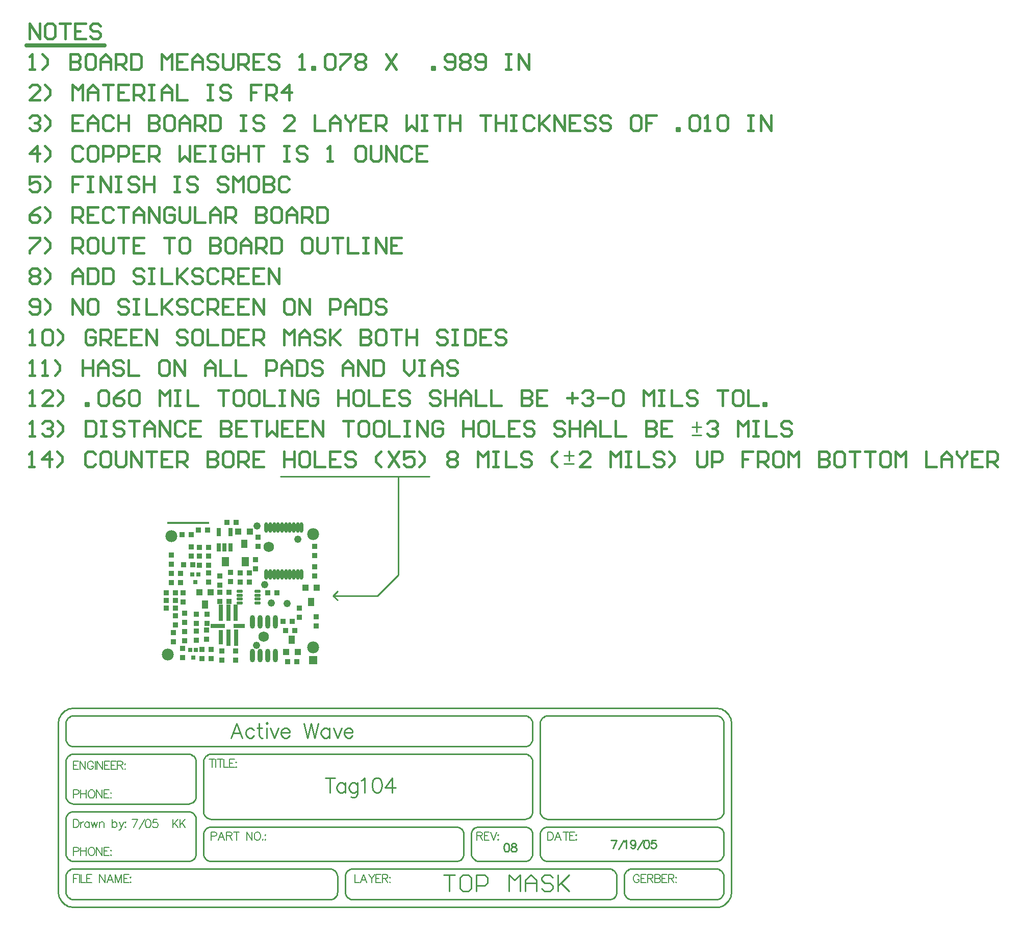
<source format=gts>
%FSLAX24Y24*%
%MOIN*%
G70*
G01*
G75*
%ADD10R,0.0300X0.0300*%
%ADD11R,0.0360X0.0500*%
%ADD12R,0.0360X0.0360*%
%ADD13O,0.0160X0.0600*%
%ADD14C,0.0400*%
%ADD15O,0.0400X0.0160*%
%ADD16R,0.0200X0.0500*%
%ADD17R,0.0400X0.0550*%
%ADD18R,0.0236X0.0236*%
%ADD19R,0.0700X0.0236*%
%ADD20R,0.0236X0.1000*%
%ADD21R,0.0900X0.0236*%
%ADD22R,0.0236X0.0900*%
%ADD23O,0.0240X0.0800*%
%ADD24C,0.0080*%
%ADD25C,0.0150*%
%ADD26C,0.0100*%
%ADD27C,0.0120*%
%ADD28C,0.0140*%
%ADD29C,0.0160*%
%ADD30C,0.0060*%
%ADD31C,0.0250*%
%ADD32C,0.0070*%
%ADD33C,0.0090*%
%ADD34C,0.0050*%
%ADD35C,0.0700*%
%ADD36R,0.0500X0.0500*%
%ADD37C,0.0600*%
%ADD38C,0.0280*%
%ADD39C,0.0300*%
%ADD40R,0.2000X0.1500*%
%ADD41R,0.2000X0.1000*%
%ADD42R,0.1500X0.1500*%
%ADD43C,0.0030*%
%ADD44R,0.2730X0.0180*%
%ADD45R,0.0380X0.0380*%
%ADD46R,0.0440X0.0580*%
%ADD47R,0.0440X0.0440*%
%ADD48O,0.0240X0.0680*%
%ADD49C,0.0480*%
%ADD50O,0.0440X0.0200*%
%ADD51R,0.0280X0.0580*%
%ADD52R,0.0480X0.0630*%
%ADD53R,0.0316X0.0316*%
%ADD54R,0.0780X0.0316*%
%ADD55R,0.0316X0.1080*%
%ADD56R,0.0980X0.0316*%
%ADD57R,0.0316X0.0980*%
%ADD58O,0.0320X0.0880*%
%ADD59C,0.0780*%
%ADD60R,0.0580X0.0580*%
%ADD61C,0.0680*%
D24*
X79310Y51968D02*
X79056Y51434D01*
X78955Y51968D02*
X79310D01*
X79430Y51358D02*
X79785Y51968D01*
X79973D02*
X79897Y51942D01*
X79846Y51866D01*
X79821Y51739D01*
Y51663D01*
X79846Y51536D01*
X79897Y51460D01*
X79973Y51434D01*
X80024D01*
X80100Y51460D01*
X80151Y51536D01*
X80176Y51663D01*
Y51739D01*
X80151Y51866D01*
X80100Y51942D01*
X80024Y51968D01*
X79973D01*
X80600D02*
X80346D01*
X80321Y51739D01*
X80346Y51765D01*
X80423Y51790D01*
X80499D01*
X80575Y51765D01*
X80626Y51714D01*
X80651Y51638D01*
Y51587D01*
X80626Y51511D01*
X80575Y51460D01*
X80499Y51434D01*
X80423D01*
X80346Y51460D01*
X80321Y51485D01*
X80296Y51536D01*
X81608Y51968D02*
Y51434D01*
X81964Y51968D02*
X81608Y51612D01*
X81735Y51739D02*
X81964Y51434D01*
X82083Y51968D02*
Y51434D01*
X82439Y51968D02*
X82083Y51612D01*
X82210Y51739D02*
X82439Y51434D01*
D25*
X72242Y82992D02*
X72575D01*
X72409D01*
Y83991D01*
X72242Y83825D01*
X73075D02*
X73242Y83991D01*
X73575D01*
X73742Y83825D01*
Y83158D01*
X73575Y82992D01*
X73242D01*
X73075Y83158D01*
Y83825D01*
X74075Y82992D02*
X74408Y83325D01*
Y83658D01*
X74075Y83991D01*
X76574Y83825D02*
X76407Y83991D01*
X76074D01*
X75908Y83825D01*
Y83158D01*
X76074Y82992D01*
X76407D01*
X76574Y83158D01*
Y83492D01*
X76241D01*
X76907Y82992D02*
Y83991D01*
X77407D01*
X77574Y83825D01*
Y83492D01*
X77407Y83325D01*
X76907D01*
X77240D02*
X77574Y82992D01*
X78573Y83991D02*
X77907D01*
Y82992D01*
X78573D01*
X77907Y83492D02*
X78240D01*
X79573Y83991D02*
X78907D01*
Y82992D01*
X79573D01*
X78907Y83492D02*
X79240D01*
X79906Y82992D02*
Y83991D01*
X80573Y82992D01*
Y83991D01*
X82572Y83825D02*
X82405Y83991D01*
X82072D01*
X81906Y83825D01*
Y83658D01*
X82072Y83492D01*
X82405D01*
X82572Y83325D01*
Y83158D01*
X82405Y82992D01*
X82072D01*
X81906Y83158D01*
X83405Y83991D02*
X83072D01*
X82905Y83825D01*
Y83158D01*
X83072Y82992D01*
X83405D01*
X83572Y83158D01*
Y83825D01*
X83405Y83991D01*
X83905D02*
Y82992D01*
X84571D01*
X84905Y83991D02*
Y82992D01*
X85404D01*
X85571Y83158D01*
Y83825D01*
X85404Y83991D01*
X84905D01*
X86571D02*
X85904D01*
Y82992D01*
X86571D01*
X85904Y83492D02*
X86237D01*
X86904Y82992D02*
Y83991D01*
X87404D01*
X87570Y83825D01*
Y83492D01*
X87404Y83325D01*
X86904D01*
X87237D02*
X87570Y82992D01*
X88903D02*
Y83991D01*
X89237Y83658D01*
X89570Y83991D01*
Y82992D01*
X89903D02*
Y83658D01*
X90236Y83991D01*
X90569Y83658D01*
Y82992D01*
Y83492D01*
X89903D01*
X91569Y83825D02*
X91403Y83991D01*
X91069D01*
X90903Y83825D01*
Y83658D01*
X91069Y83492D01*
X91403D01*
X91569Y83325D01*
Y83158D01*
X91403Y82992D01*
X91069D01*
X90903Y83158D01*
X91902Y83991D02*
Y82992D01*
Y83325D01*
X92569Y83991D01*
X92069Y83492D01*
X92569Y82992D01*
X93902Y83991D02*
Y82992D01*
X94402D01*
X94568Y83158D01*
Y83325D01*
X94402Y83492D01*
X93902D01*
X94402D01*
X94568Y83658D01*
Y83825D01*
X94402Y83991D01*
X93902D01*
X95401D02*
X95068D01*
X94901Y83825D01*
Y83158D01*
X95068Y82992D01*
X95401D01*
X95568Y83158D01*
Y83825D01*
X95401Y83991D01*
X95901D02*
X96567D01*
X96234D01*
Y82992D01*
X96901Y83991D02*
Y82992D01*
Y83492D01*
X97567D01*
Y83991D01*
Y82992D01*
X99567Y83825D02*
X99400Y83991D01*
X99067D01*
X98900Y83825D01*
Y83658D01*
X99067Y83492D01*
X99400D01*
X99567Y83325D01*
Y83158D01*
X99400Y82992D01*
X99067D01*
X98900Y83158D01*
X99900Y83991D02*
X100233D01*
X100066D01*
Y82992D01*
X99900D01*
X100233D01*
X100733Y83991D02*
Y82992D01*
X101233D01*
X101399Y83158D01*
Y83825D01*
X101233Y83991D01*
X100733D01*
X102399D02*
X101732D01*
Y82992D01*
X102399D01*
X101732Y83492D02*
X102066D01*
X103399Y83825D02*
X103232Y83991D01*
X102899D01*
X102732Y83825D01*
Y83658D01*
X102899Y83492D01*
X103232D01*
X103399Y83325D01*
Y83158D01*
X103232Y82992D01*
X102899D01*
X102732Y83158D01*
X72242Y102992D02*
Y103991D01*
X72908Y102992D01*
Y103991D01*
X73742D02*
X73408D01*
X73242Y103825D01*
Y103158D01*
X73408Y102992D01*
X73742D01*
X73908Y103158D01*
Y103825D01*
X73742Y103991D01*
X74241D02*
X74908D01*
X74575D01*
Y102992D01*
X75908Y103991D02*
X75241D01*
Y102992D01*
X75908D01*
X75241Y103492D02*
X75574D01*
X76907Y103825D02*
X76741Y103991D01*
X76407D01*
X76241Y103825D01*
Y103658D01*
X76407Y103492D01*
X76741D01*
X76907Y103325D01*
Y103158D01*
X76741Y102992D01*
X76407D01*
X76241Y103158D01*
X72242Y97825D02*
X72409Y97991D01*
X72742D01*
X72908Y97825D01*
Y97658D01*
X72742Y97492D01*
X72575D01*
X72742D01*
X72908Y97325D01*
Y97158D01*
X72742Y96992D01*
X72409D01*
X72242Y97158D01*
X73242Y96992D02*
X73575Y97325D01*
Y97658D01*
X73242Y97991D01*
X75741D02*
X75074D01*
Y96992D01*
X75741D01*
X75074Y97492D02*
X75408D01*
X76074Y96992D02*
Y97658D01*
X76407Y97991D01*
X76741Y97658D01*
Y96992D01*
Y97492D01*
X76074D01*
X77740Y97825D02*
X77574Y97991D01*
X77240D01*
X77074Y97825D01*
Y97158D01*
X77240Y96992D01*
X77574D01*
X77740Y97158D01*
X78073Y97991D02*
Y96992D01*
Y97492D01*
X78740D01*
Y97991D01*
Y96992D01*
X80073Y97991D02*
Y96992D01*
X80573D01*
X80739Y97158D01*
Y97325D01*
X80573Y97492D01*
X80073D01*
X80573D01*
X80739Y97658D01*
Y97825D01*
X80573Y97991D01*
X80073D01*
X81572D02*
X81239D01*
X81073Y97825D01*
Y97158D01*
X81239Y96992D01*
X81572D01*
X81739Y97158D01*
Y97825D01*
X81572Y97991D01*
X82072Y96992D02*
Y97658D01*
X82405Y97991D01*
X82739Y97658D01*
Y96992D01*
Y97492D01*
X82072D01*
X83072Y96992D02*
Y97991D01*
X83572D01*
X83738Y97825D01*
Y97492D01*
X83572Y97325D01*
X83072D01*
X83405D02*
X83738Y96992D01*
X84072Y97991D02*
Y96992D01*
X84571D01*
X84738Y97158D01*
Y97825D01*
X84571Y97991D01*
X84072D01*
X86071D02*
X86404D01*
X86237D01*
Y96992D01*
X86071D01*
X86404D01*
X87570Y97825D02*
X87404Y97991D01*
X87071D01*
X86904Y97825D01*
Y97658D01*
X87071Y97492D01*
X87404D01*
X87570Y97325D01*
Y97158D01*
X87404Y96992D01*
X87071D01*
X86904Y97158D01*
X89570Y96992D02*
X88903D01*
X89570Y97658D01*
Y97825D01*
X89403Y97991D01*
X89070D01*
X88903Y97825D01*
X90903Y97991D02*
Y96992D01*
X91569D01*
X91902D02*
Y97658D01*
X92236Y97991D01*
X92569Y97658D01*
Y96992D01*
Y97492D01*
X91902D01*
X92902Y97991D02*
Y97825D01*
X93235Y97492D01*
X93568Y97825D01*
Y97991D01*
X93235Y97492D02*
Y96992D01*
X94568Y97991D02*
X93902D01*
Y96992D01*
X94568D01*
X93902Y97492D02*
X94235D01*
X94901Y96992D02*
Y97991D01*
X95401D01*
X95568Y97825D01*
Y97492D01*
X95401Y97325D01*
X94901D01*
X95235D02*
X95568Y96992D01*
X96901Y97991D02*
Y96992D01*
X97234Y97325D01*
X97567Y96992D01*
Y97991D01*
X97900D02*
X98234D01*
X98067D01*
Y96992D01*
X97900D01*
X98234D01*
X98733Y97991D02*
X99400D01*
X99067D01*
Y96992D01*
X99733Y97991D02*
Y96992D01*
Y97492D01*
X100400D01*
Y97991D01*
Y96992D01*
X101732Y97991D02*
X102399D01*
X102066D01*
Y96992D01*
X102732Y97991D02*
Y96992D01*
Y97492D01*
X103399D01*
Y97991D01*
Y96992D01*
X103732Y97991D02*
X104065D01*
X103898D01*
Y96992D01*
X103732D01*
X104065D01*
X105231Y97825D02*
X105065Y97991D01*
X104732D01*
X104565Y97825D01*
Y97158D01*
X104732Y96992D01*
X105065D01*
X105231Y97158D01*
X105565Y97991D02*
Y96992D01*
Y97325D01*
X106231Y97991D01*
X105731Y97492D01*
X106231Y96992D01*
X106564D02*
Y97991D01*
X107231Y96992D01*
Y97991D01*
X108230D02*
X107564D01*
Y96992D01*
X108230D01*
X107564Y97492D02*
X107897D01*
X109230Y97825D02*
X109063Y97991D01*
X108730D01*
X108564Y97825D01*
Y97658D01*
X108730Y97492D01*
X109063D01*
X109230Y97325D01*
Y97158D01*
X109063Y96992D01*
X108730D01*
X108564Y97158D01*
X110230Y97825D02*
X110063Y97991D01*
X109730D01*
X109563Y97825D01*
Y97658D01*
X109730Y97492D01*
X110063D01*
X110230Y97325D01*
Y97158D01*
X110063Y96992D01*
X109730D01*
X109563Y97158D01*
X112062Y97991D02*
X111729D01*
X111563Y97825D01*
Y97158D01*
X111729Y96992D01*
X112062D01*
X112229Y97158D01*
Y97825D01*
X112062Y97991D01*
X113229D02*
X112562D01*
Y97492D01*
X112896D01*
X112562D01*
Y96992D01*
X114562D02*
Y97158D01*
X114728D01*
Y96992D01*
X114562D01*
X115395Y97825D02*
X115561Y97991D01*
X115895D01*
X116061Y97825D01*
Y97158D01*
X115895Y96992D01*
X115561D01*
X115395Y97158D01*
Y97825D01*
X116394Y96992D02*
X116728D01*
X116561D01*
Y97991D01*
X116394Y97825D01*
X117227D02*
X117394Y97991D01*
X117727D01*
X117894Y97825D01*
Y97158D01*
X117727Y96992D01*
X117394D01*
X117227Y97158D01*
Y97825D01*
X119227Y97991D02*
X119560D01*
X119393D01*
Y96992D01*
X119227D01*
X119560D01*
X120060D02*
Y97991D01*
X120726Y96992D01*
Y97991D01*
X72742Y94992D02*
Y95991D01*
X72242Y95492D01*
X72908D01*
X73242Y94992D02*
X73575Y95325D01*
Y95658D01*
X73242Y95991D01*
X75741Y95825D02*
X75574Y95991D01*
X75241D01*
X75074Y95825D01*
Y95158D01*
X75241Y94992D01*
X75574D01*
X75741Y95158D01*
X76574Y95991D02*
X76241D01*
X76074Y95825D01*
Y95158D01*
X76241Y94992D01*
X76574D01*
X76741Y95158D01*
Y95825D01*
X76574Y95991D01*
X77074Y94992D02*
Y95991D01*
X77574D01*
X77740Y95825D01*
Y95492D01*
X77574Y95325D01*
X77074D01*
X78073Y94992D02*
Y95991D01*
X78573D01*
X78740Y95825D01*
Y95492D01*
X78573Y95325D01*
X78073D01*
X79740Y95991D02*
X79073D01*
Y94992D01*
X79740D01*
X79073Y95492D02*
X79406D01*
X80073Y94992D02*
Y95991D01*
X80573D01*
X80739Y95825D01*
Y95492D01*
X80573Y95325D01*
X80073D01*
X80406D02*
X80739Y94992D01*
X82072Y95991D02*
Y94992D01*
X82405Y95325D01*
X82739Y94992D01*
Y95991D01*
X83738D02*
X83072D01*
Y94992D01*
X83738D01*
X83072Y95492D02*
X83405D01*
X84072Y95991D02*
X84405D01*
X84238D01*
Y94992D01*
X84072D01*
X84405D01*
X85571Y95825D02*
X85404Y95991D01*
X85071D01*
X84905Y95825D01*
Y95158D01*
X85071Y94992D01*
X85404D01*
X85571Y95158D01*
Y95492D01*
X85238D01*
X85904Y95991D02*
Y94992D01*
Y95492D01*
X86571D01*
Y95991D01*
Y94992D01*
X86904Y95991D02*
X87570D01*
X87237D01*
Y94992D01*
X88903Y95991D02*
X89237D01*
X89070D01*
Y94992D01*
X88903D01*
X89237D01*
X90403Y95825D02*
X90236Y95991D01*
X89903D01*
X89736Y95825D01*
Y95658D01*
X89903Y95492D01*
X90236D01*
X90403Y95325D01*
Y95158D01*
X90236Y94992D01*
X89903D01*
X89736Y95158D01*
X91736Y94992D02*
X92069D01*
X91902D01*
Y95991D01*
X91736Y95825D01*
X94068Y95991D02*
X93735D01*
X93568Y95825D01*
Y95158D01*
X93735Y94992D01*
X94068D01*
X94235Y95158D01*
Y95825D01*
X94068Y95991D01*
X94568D02*
Y95158D01*
X94735Y94992D01*
X95068D01*
X95235Y95158D01*
Y95991D01*
X95568Y94992D02*
Y95991D01*
X96234Y94992D01*
Y95991D01*
X97234Y95825D02*
X97067Y95991D01*
X96734D01*
X96567Y95825D01*
Y95158D01*
X96734Y94992D01*
X97067D01*
X97234Y95158D01*
X98234Y95991D02*
X97567D01*
Y94992D01*
X98234D01*
X97567Y95492D02*
X97900D01*
X72908Y93991D02*
X72242D01*
Y93492D01*
X72575Y93658D01*
X72742D01*
X72908Y93492D01*
Y93158D01*
X72742Y92992D01*
X72409D01*
X72242Y93158D01*
X73242Y92992D02*
X73575Y93325D01*
Y93658D01*
X73242Y93991D01*
X75741D02*
X75074D01*
Y93492D01*
X75408D01*
X75074D01*
Y92992D01*
X76074Y93991D02*
X76407D01*
X76241D01*
Y92992D01*
X76074D01*
X76407D01*
X76907D02*
Y93991D01*
X77574Y92992D01*
Y93991D01*
X77907D02*
X78240D01*
X78073D01*
Y92992D01*
X77907D01*
X78240D01*
X79406Y93825D02*
X79240Y93991D01*
X78907D01*
X78740Y93825D01*
Y93658D01*
X78907Y93492D01*
X79240D01*
X79406Y93325D01*
Y93158D01*
X79240Y92992D01*
X78907D01*
X78740Y93158D01*
X79740Y93991D02*
Y92992D01*
Y93492D01*
X80406D01*
Y93991D01*
Y92992D01*
X81739Y93991D02*
X82072D01*
X81906D01*
Y92992D01*
X81739D01*
X82072D01*
X83238Y93825D02*
X83072Y93991D01*
X82739D01*
X82572Y93825D01*
Y93658D01*
X82739Y93492D01*
X83072D01*
X83238Y93325D01*
Y93158D01*
X83072Y92992D01*
X82739D01*
X82572Y93158D01*
X85238Y93825D02*
X85071Y93991D01*
X84738D01*
X84571Y93825D01*
Y93658D01*
X84738Y93492D01*
X85071D01*
X85238Y93325D01*
Y93158D01*
X85071Y92992D01*
X84738D01*
X84571Y93158D01*
X85571Y92992D02*
Y93991D01*
X85904Y93658D01*
X86237Y93991D01*
Y92992D01*
X87071Y93991D02*
X86737D01*
X86571Y93825D01*
Y93158D01*
X86737Y92992D01*
X87071D01*
X87237Y93158D01*
Y93825D01*
X87071Y93991D01*
X87570D02*
Y92992D01*
X88070D01*
X88237Y93158D01*
Y93325D01*
X88070Y93492D01*
X87570D01*
X88070D01*
X88237Y93658D01*
Y93825D01*
X88070Y93991D01*
X87570D01*
X89237Y93825D02*
X89070Y93991D01*
X88737D01*
X88570Y93825D01*
Y93158D01*
X88737Y92992D01*
X89070D01*
X89237Y93158D01*
X72908Y91991D02*
X72575Y91825D01*
X72242Y91492D01*
Y91158D01*
X72409Y90992D01*
X72742D01*
X72908Y91158D01*
Y91325D01*
X72742Y91492D01*
X72242D01*
X73242Y90992D02*
X73575Y91325D01*
Y91658D01*
X73242Y91991D01*
X75074Y90992D02*
Y91991D01*
X75574D01*
X75741Y91825D01*
Y91492D01*
X75574Y91325D01*
X75074D01*
X75408D02*
X75741Y90992D01*
X76741Y91991D02*
X76074D01*
Y90992D01*
X76741D01*
X76074Y91492D02*
X76407D01*
X77740Y91825D02*
X77574Y91991D01*
X77240D01*
X77074Y91825D01*
Y91158D01*
X77240Y90992D01*
X77574D01*
X77740Y91158D01*
X78073Y91991D02*
X78740D01*
X78407D01*
Y90992D01*
X79073D02*
Y91658D01*
X79406Y91991D01*
X79740Y91658D01*
Y90992D01*
Y91492D01*
X79073D01*
X80073Y90992D02*
Y91991D01*
X80739Y90992D01*
Y91991D01*
X81739Y91825D02*
X81572Y91991D01*
X81239D01*
X81073Y91825D01*
Y91158D01*
X81239Y90992D01*
X81572D01*
X81739Y91158D01*
Y91492D01*
X81406D01*
X82072Y91991D02*
Y91158D01*
X82239Y90992D01*
X82572D01*
X82739Y91158D01*
Y91991D01*
X83072D02*
Y90992D01*
X83738D01*
X84072D02*
Y91658D01*
X84405Y91991D01*
X84738Y91658D01*
Y90992D01*
Y91492D01*
X84072D01*
X85071Y90992D02*
Y91991D01*
X85571D01*
X85738Y91825D01*
Y91492D01*
X85571Y91325D01*
X85071D01*
X85404D02*
X85738Y90992D01*
X87071Y91991D02*
Y90992D01*
X87570D01*
X87737Y91158D01*
Y91325D01*
X87570Y91492D01*
X87071D01*
X87570D01*
X87737Y91658D01*
Y91825D01*
X87570Y91991D01*
X87071D01*
X88570D02*
X88237D01*
X88070Y91825D01*
Y91158D01*
X88237Y90992D01*
X88570D01*
X88737Y91158D01*
Y91825D01*
X88570Y91991D01*
X89070Y90992D02*
Y91658D01*
X89403Y91991D01*
X89736Y91658D01*
Y90992D01*
Y91492D01*
X89070D01*
X90070Y90992D02*
Y91991D01*
X90569D01*
X90736Y91825D01*
Y91492D01*
X90569Y91325D01*
X90070D01*
X90403D02*
X90736Y90992D01*
X91069Y91991D02*
Y90992D01*
X91569D01*
X91736Y91158D01*
Y91825D01*
X91569Y91991D01*
X91069D01*
X72242Y89991D02*
X72908D01*
Y89825D01*
X72242Y89158D01*
Y88992D01*
X73242D02*
X73575Y89325D01*
Y89658D01*
X73242Y89991D01*
X75074Y88992D02*
Y89991D01*
X75574D01*
X75741Y89825D01*
Y89492D01*
X75574Y89325D01*
X75074D01*
X75408D02*
X75741Y88992D01*
X76574Y89991D02*
X76241D01*
X76074Y89825D01*
Y89158D01*
X76241Y88992D01*
X76574D01*
X76741Y89158D01*
Y89825D01*
X76574Y89991D01*
X77074D02*
Y89158D01*
X77240Y88992D01*
X77574D01*
X77740Y89158D01*
Y89991D01*
X78073D02*
X78740D01*
X78407D01*
Y88992D01*
X79740Y89991D02*
X79073D01*
Y88992D01*
X79740D01*
X79073Y89492D02*
X79406D01*
X81073Y89991D02*
X81739D01*
X81406D01*
Y88992D01*
X82572Y89991D02*
X82239D01*
X82072Y89825D01*
Y89158D01*
X82239Y88992D01*
X82572D01*
X82739Y89158D01*
Y89825D01*
X82572Y89991D01*
X84072D02*
Y88992D01*
X84571D01*
X84738Y89158D01*
Y89325D01*
X84571Y89492D01*
X84072D01*
X84571D01*
X84738Y89658D01*
Y89825D01*
X84571Y89991D01*
X84072D01*
X85571D02*
X85238D01*
X85071Y89825D01*
Y89158D01*
X85238Y88992D01*
X85571D01*
X85738Y89158D01*
Y89825D01*
X85571Y89991D01*
X86071Y88992D02*
Y89658D01*
X86404Y89991D01*
X86737Y89658D01*
Y88992D01*
Y89492D01*
X86071D01*
X87071Y88992D02*
Y89991D01*
X87570D01*
X87737Y89825D01*
Y89492D01*
X87570Y89325D01*
X87071D01*
X87404D02*
X87737Y88992D01*
X88070Y89991D02*
Y88992D01*
X88570D01*
X88737Y89158D01*
Y89825D01*
X88570Y89991D01*
X88070D01*
X90569D02*
X90236D01*
X90070Y89825D01*
Y89158D01*
X90236Y88992D01*
X90569D01*
X90736Y89158D01*
Y89825D01*
X90569Y89991D01*
X91069D02*
Y89158D01*
X91236Y88992D01*
X91569D01*
X91736Y89158D01*
Y89991D01*
X92069D02*
X92735D01*
X92402D01*
Y88992D01*
X93069Y89991D02*
Y88992D01*
X93735D01*
X94068Y89991D02*
X94402D01*
X94235D01*
Y88992D01*
X94068D01*
X94402D01*
X94901D02*
Y89991D01*
X95568Y88992D01*
Y89991D01*
X96567D02*
X95901D01*
Y88992D01*
X96567D01*
X95901Y89492D02*
X96234D01*
X72242Y87825D02*
X72409Y87991D01*
X72742D01*
X72908Y87825D01*
Y87658D01*
X72742Y87492D01*
X72908Y87325D01*
Y87158D01*
X72742Y86992D01*
X72409D01*
X72242Y87158D01*
Y87325D01*
X72409Y87492D01*
X72242Y87658D01*
Y87825D01*
X72409Y87492D02*
X72742D01*
X73242Y86992D02*
X73575Y87325D01*
Y87658D01*
X73242Y87991D01*
X75074Y86992D02*
Y87658D01*
X75408Y87991D01*
X75741Y87658D01*
Y86992D01*
Y87492D01*
X75074D01*
X76074Y87991D02*
Y86992D01*
X76574D01*
X76741Y87158D01*
Y87825D01*
X76574Y87991D01*
X76074D01*
X77074D02*
Y86992D01*
X77574D01*
X77740Y87158D01*
Y87825D01*
X77574Y87991D01*
X77074D01*
X79740Y87825D02*
X79573Y87991D01*
X79240D01*
X79073Y87825D01*
Y87658D01*
X79240Y87492D01*
X79573D01*
X79740Y87325D01*
Y87158D01*
X79573Y86992D01*
X79240D01*
X79073Y87158D01*
X80073Y87991D02*
X80406D01*
X80239D01*
Y86992D01*
X80073D01*
X80406D01*
X80906Y87991D02*
Y86992D01*
X81572D01*
X81906Y87991D02*
Y86992D01*
Y87325D01*
X82572Y87991D01*
X82072Y87492D01*
X82572Y86992D01*
X83572Y87825D02*
X83405Y87991D01*
X83072D01*
X82905Y87825D01*
Y87658D01*
X83072Y87492D01*
X83405D01*
X83572Y87325D01*
Y87158D01*
X83405Y86992D01*
X83072D01*
X82905Y87158D01*
X84571Y87825D02*
X84405Y87991D01*
X84072D01*
X83905Y87825D01*
Y87158D01*
X84072Y86992D01*
X84405D01*
X84571Y87158D01*
X84905Y86992D02*
Y87991D01*
X85404D01*
X85571Y87825D01*
Y87492D01*
X85404Y87325D01*
X84905D01*
X85238D02*
X85571Y86992D01*
X86571Y87991D02*
X85904D01*
Y86992D01*
X86571D01*
X85904Y87492D02*
X86237D01*
X87570Y87991D02*
X86904D01*
Y86992D01*
X87570D01*
X86904Y87492D02*
X87237D01*
X87904Y86992D02*
Y87991D01*
X88570Y86992D01*
Y87991D01*
X72242Y85158D02*
X72409Y84992D01*
X72742D01*
X72908Y85158D01*
Y85825D01*
X72742Y85991D01*
X72409D01*
X72242Y85825D01*
Y85658D01*
X72409Y85492D01*
X72908D01*
X73242Y84992D02*
X73575Y85325D01*
Y85658D01*
X73242Y85991D01*
X75074Y84992D02*
Y85991D01*
X75741Y84992D01*
Y85991D01*
X76574D02*
X76241D01*
X76074Y85825D01*
Y85158D01*
X76241Y84992D01*
X76574D01*
X76741Y85158D01*
Y85825D01*
X76574Y85991D01*
X78740Y85825D02*
X78573Y85991D01*
X78240D01*
X78073Y85825D01*
Y85658D01*
X78240Y85492D01*
X78573D01*
X78740Y85325D01*
Y85158D01*
X78573Y84992D01*
X78240D01*
X78073Y85158D01*
X79073Y85991D02*
X79406D01*
X79240D01*
Y84992D01*
X79073D01*
X79406D01*
X79906Y85991D02*
Y84992D01*
X80573D01*
X80906Y85991D02*
Y84992D01*
Y85325D01*
X81572Y85991D01*
X81073Y85492D01*
X81572Y84992D01*
X82572Y85825D02*
X82405Y85991D01*
X82072D01*
X81906Y85825D01*
Y85658D01*
X82072Y85492D01*
X82405D01*
X82572Y85325D01*
Y85158D01*
X82405Y84992D01*
X82072D01*
X81906Y85158D01*
X83572Y85825D02*
X83405Y85991D01*
X83072D01*
X82905Y85825D01*
Y85158D01*
X83072Y84992D01*
X83405D01*
X83572Y85158D01*
X83905Y84992D02*
Y85991D01*
X84405D01*
X84571Y85825D01*
Y85492D01*
X84405Y85325D01*
X83905D01*
X84238D02*
X84571Y84992D01*
X85571Y85991D02*
X84905D01*
Y84992D01*
X85571D01*
X84905Y85492D02*
X85238D01*
X86571Y85991D02*
X85904D01*
Y84992D01*
X86571D01*
X85904Y85492D02*
X86237D01*
X86904Y84992D02*
Y85991D01*
X87570Y84992D01*
Y85991D01*
X89403D02*
X89070D01*
X88903Y85825D01*
Y85158D01*
X89070Y84992D01*
X89403D01*
X89570Y85158D01*
Y85825D01*
X89403Y85991D01*
X89903Y84992D02*
Y85991D01*
X90569Y84992D01*
Y85991D01*
X91902Y84992D02*
Y85991D01*
X92402D01*
X92569Y85825D01*
Y85492D01*
X92402Y85325D01*
X91902D01*
X92902Y84992D02*
Y85658D01*
X93235Y85991D01*
X93568Y85658D01*
Y84992D01*
Y85492D01*
X92902D01*
X93902Y85991D02*
Y84992D01*
X94402D01*
X94568Y85158D01*
Y85825D01*
X94402Y85991D01*
X93902D01*
X95568Y85825D02*
X95401Y85991D01*
X95068D01*
X94901Y85825D01*
Y85658D01*
X95068Y85492D01*
X95401D01*
X95568Y85325D01*
Y85158D01*
X95401Y84992D01*
X95068D01*
X94901Y85158D01*
X72242Y100992D02*
X72575D01*
X72409D01*
Y101991D01*
X72242Y101825D01*
X73075Y100992D02*
X73408Y101325D01*
Y101658D01*
X73075Y101991D01*
X74908D02*
Y100992D01*
X75408D01*
X75574Y101158D01*
Y101325D01*
X75408Y101492D01*
X74908D01*
X75408D01*
X75574Y101658D01*
Y101825D01*
X75408Y101991D01*
X74908D01*
X76407D02*
X76074D01*
X75908Y101825D01*
Y101158D01*
X76074Y100992D01*
X76407D01*
X76574Y101158D01*
Y101825D01*
X76407Y101991D01*
X76907Y100992D02*
Y101658D01*
X77240Y101991D01*
X77574Y101658D01*
Y100992D01*
Y101492D01*
X76907D01*
X77907Y100992D02*
Y101991D01*
X78407D01*
X78573Y101825D01*
Y101492D01*
X78407Y101325D01*
X77907D01*
X78240D02*
X78573Y100992D01*
X78907Y101991D02*
Y100992D01*
X79406D01*
X79573Y101158D01*
Y101825D01*
X79406Y101991D01*
X78907D01*
X80906Y100992D02*
Y101991D01*
X81239Y101658D01*
X81572Y101991D01*
Y100992D01*
X82572Y101991D02*
X81906D01*
Y100992D01*
X82572D01*
X81906Y101492D02*
X82239D01*
X82905Y100992D02*
Y101658D01*
X83238Y101991D01*
X83572Y101658D01*
Y100992D01*
Y101492D01*
X82905D01*
X84571Y101825D02*
X84405Y101991D01*
X84072D01*
X83905Y101825D01*
Y101658D01*
X84072Y101492D01*
X84405D01*
X84571Y101325D01*
Y101158D01*
X84405Y100992D01*
X84072D01*
X83905Y101158D01*
X84905Y101991D02*
Y101158D01*
X85071Y100992D01*
X85404D01*
X85571Y101158D01*
Y101991D01*
X85904Y100992D02*
Y101991D01*
X86404D01*
X86571Y101825D01*
Y101492D01*
X86404Y101325D01*
X85904D01*
X86237D02*
X86571Y100992D01*
X87570Y101991D02*
X86904D01*
Y100992D01*
X87570D01*
X86904Y101492D02*
X87237D01*
X88570Y101825D02*
X88403Y101991D01*
X88070D01*
X87904Y101825D01*
Y101658D01*
X88070Y101492D01*
X88403D01*
X88570Y101325D01*
Y101158D01*
X88403Y100992D01*
X88070D01*
X87904Y101158D01*
X89903Y100992D02*
X90236D01*
X90070D01*
Y101991D01*
X89903Y101825D01*
X90736Y100992D02*
Y101158D01*
X90903D01*
Y100992D01*
X90736D01*
X91569Y101825D02*
X91736Y101991D01*
X92069D01*
X92236Y101825D01*
Y101158D01*
X92069Y100992D01*
X91736D01*
X91569Y101158D01*
Y101825D01*
X92569Y101991D02*
X93235D01*
Y101825D01*
X92569Y101158D01*
Y100992D01*
X93568Y101825D02*
X93735Y101991D01*
X94068D01*
X94235Y101825D01*
Y101658D01*
X94068Y101492D01*
X94235Y101325D01*
Y101158D01*
X94068Y100992D01*
X93735D01*
X93568Y101158D01*
Y101325D01*
X93735Y101492D01*
X93568Y101658D01*
Y101825D01*
X93735Y101492D02*
X94068D01*
X95568Y101991D02*
X96234Y100992D01*
Y101991D02*
X95568Y100992D01*
X98567D02*
Y101158D01*
X98733D01*
Y100992D01*
X98567D01*
X99400Y101158D02*
X99567Y100992D01*
X99900D01*
X100066Y101158D01*
Y101825D01*
X99900Y101991D01*
X99567D01*
X99400Y101825D01*
Y101658D01*
X99567Y101492D01*
X100066D01*
X100400Y101825D02*
X100566Y101991D01*
X100899D01*
X101066Y101825D01*
Y101658D01*
X100899Y101492D01*
X101066Y101325D01*
Y101158D01*
X100899Y100992D01*
X100566D01*
X100400Y101158D01*
Y101325D01*
X100566Y101492D01*
X100400Y101658D01*
Y101825D01*
X100566Y101492D02*
X100899D01*
X101399Y101158D02*
X101566Y100992D01*
X101899D01*
X102066Y101158D01*
Y101825D01*
X101899Y101991D01*
X101566D01*
X101399Y101825D01*
Y101658D01*
X101566Y101492D01*
X102066D01*
X103399Y101991D02*
X103732D01*
X103565D01*
Y100992D01*
X103399D01*
X103732D01*
X104232D02*
Y101991D01*
X104898Y100992D01*
Y101991D01*
X72908Y98992D02*
X72242D01*
X72908Y99658D01*
Y99825D01*
X72742Y99991D01*
X72409D01*
X72242Y99825D01*
X73242Y98992D02*
X73575Y99325D01*
Y99658D01*
X73242Y99991D01*
X75074Y98992D02*
Y99991D01*
X75408Y99658D01*
X75741Y99991D01*
Y98992D01*
X76074D02*
Y99658D01*
X76407Y99991D01*
X76741Y99658D01*
Y98992D01*
Y99492D01*
X76074D01*
X77074Y99991D02*
X77740D01*
X77407D01*
Y98992D01*
X78740Y99991D02*
X78073D01*
Y98992D01*
X78740D01*
X78073Y99492D02*
X78407D01*
X79073Y98992D02*
Y99991D01*
X79573D01*
X79740Y99825D01*
Y99492D01*
X79573Y99325D01*
X79073D01*
X79406D02*
X79740Y98992D01*
X80073Y99991D02*
X80406D01*
X80239D01*
Y98992D01*
X80073D01*
X80406D01*
X80906D02*
Y99658D01*
X81239Y99991D01*
X81572Y99658D01*
Y98992D01*
Y99492D01*
X80906D01*
X81906Y99991D02*
Y98992D01*
X82572D01*
X83905Y99991D02*
X84238D01*
X84072D01*
Y98992D01*
X83905D01*
X84238D01*
X85404Y99825D02*
X85238Y99991D01*
X84905D01*
X84738Y99825D01*
Y99658D01*
X84905Y99492D01*
X85238D01*
X85404Y99325D01*
Y99158D01*
X85238Y98992D01*
X84905D01*
X84738Y99158D01*
X87404Y99991D02*
X86737D01*
Y99492D01*
X87071D01*
X86737D01*
Y98992D01*
X87737D02*
Y99991D01*
X88237D01*
X88403Y99825D01*
Y99492D01*
X88237Y99325D01*
X87737D01*
X88070D02*
X88403Y98992D01*
X89237D02*
Y99991D01*
X88737Y99492D01*
X89403D01*
X72242Y80992D02*
X72575D01*
X72409D01*
Y81991D01*
X72242Y81825D01*
X73075Y80992D02*
X73408D01*
X73242D01*
Y81991D01*
X73075Y81825D01*
X73908Y80992D02*
X74241Y81325D01*
Y81658D01*
X73908Y81991D01*
X75741D02*
Y80992D01*
Y81492D01*
X76407D01*
Y81991D01*
Y80992D01*
X76741D02*
Y81658D01*
X77074Y81991D01*
X77407Y81658D01*
Y80992D01*
Y81492D01*
X76741D01*
X78407Y81825D02*
X78240Y81991D01*
X77907D01*
X77740Y81825D01*
Y81658D01*
X77907Y81492D01*
X78240D01*
X78407Y81325D01*
Y81158D01*
X78240Y80992D01*
X77907D01*
X77740Y81158D01*
X78740Y81991D02*
Y80992D01*
X79406D01*
X81239Y81991D02*
X80906D01*
X80739Y81825D01*
Y81158D01*
X80906Y80992D01*
X81239D01*
X81406Y81158D01*
Y81825D01*
X81239Y81991D01*
X81739Y80992D02*
Y81991D01*
X82405Y80992D01*
Y81991D01*
X83738Y80992D02*
Y81658D01*
X84072Y81991D01*
X84405Y81658D01*
Y80992D01*
Y81492D01*
X83738D01*
X84738Y81991D02*
Y80992D01*
X85404D01*
X85738Y81991D02*
Y80992D01*
X86404D01*
X87737D02*
Y81991D01*
X88237D01*
X88403Y81825D01*
Y81492D01*
X88237Y81325D01*
X87737D01*
X88737Y80992D02*
Y81658D01*
X89070Y81991D01*
X89403Y81658D01*
Y80992D01*
Y81492D01*
X88737D01*
X89736Y81991D02*
Y80992D01*
X90236D01*
X90403Y81158D01*
Y81825D01*
X90236Y81991D01*
X89736D01*
X91403Y81825D02*
X91236Y81991D01*
X90903D01*
X90736Y81825D01*
Y81658D01*
X90903Y81492D01*
X91236D01*
X91403Y81325D01*
Y81158D01*
X91236Y80992D01*
X90903D01*
X90736Y81158D01*
X92735Y80992D02*
Y81658D01*
X93069Y81991D01*
X93402Y81658D01*
Y80992D01*
Y81492D01*
X92735D01*
X93735Y80992D02*
Y81991D01*
X94402Y80992D01*
Y81991D01*
X94735D02*
Y80992D01*
X95235D01*
X95401Y81158D01*
Y81825D01*
X95235Y81991D01*
X94735D01*
X96734D02*
Y81325D01*
X97067Y80992D01*
X97401Y81325D01*
Y81991D01*
X97734D02*
X98067D01*
X97900D01*
Y80992D01*
X97734D01*
X98067D01*
X98567D02*
Y81658D01*
X98900Y81991D01*
X99233Y81658D01*
Y80992D01*
Y81492D01*
X98567D01*
X100233Y81825D02*
X100066Y81991D01*
X99733D01*
X99567Y81825D01*
Y81658D01*
X99733Y81492D01*
X100066D01*
X100233Y81325D01*
Y81158D01*
X100066Y80992D01*
X99733D01*
X99567Y81158D01*
X72252Y79002D02*
X72585D01*
X72419D01*
Y80001D01*
X72252Y79835D01*
X73752Y79002D02*
X73085D01*
X73752Y79668D01*
Y79835D01*
X73585Y80001D01*
X73252D01*
X73085Y79835D01*
X74085Y79002D02*
X74418Y79335D01*
Y79668D01*
X74085Y80001D01*
X75918Y79002D02*
Y79168D01*
X76084D01*
Y79002D01*
X75918D01*
X76751Y79835D02*
X76917Y80001D01*
X77250D01*
X77417Y79835D01*
Y79168D01*
X77250Y79002D01*
X76917D01*
X76751Y79168D01*
Y79835D01*
X78417Y80001D02*
X78083Y79835D01*
X77750Y79502D01*
Y79168D01*
X77917Y79002D01*
X78250D01*
X78417Y79168D01*
Y79335D01*
X78250Y79502D01*
X77750D01*
X78750Y79835D02*
X78917Y80001D01*
X79250D01*
X79416Y79835D01*
Y79168D01*
X79250Y79002D01*
X78917D01*
X78750Y79168D01*
Y79835D01*
X80749Y79002D02*
Y80001D01*
X81082Y79668D01*
X81416Y80001D01*
Y79002D01*
X81749Y80001D02*
X82082D01*
X81916D01*
Y79002D01*
X81749D01*
X82082D01*
X82582Y80001D02*
Y79002D01*
X83248D01*
X84581Y80001D02*
X85248D01*
X84915D01*
Y79002D01*
X86081Y80001D02*
X85748D01*
X85581Y79835D01*
Y79168D01*
X85748Y79002D01*
X86081D01*
X86248Y79168D01*
Y79835D01*
X86081Y80001D01*
X87081D02*
X86747D01*
X86581Y79835D01*
Y79168D01*
X86747Y79002D01*
X87081D01*
X87247Y79168D01*
Y79835D01*
X87081Y80001D01*
X87580D02*
Y79002D01*
X88247D01*
X88580Y80001D02*
X88913D01*
X88747D01*
Y79002D01*
X88580D01*
X88913D01*
X89413D02*
Y80001D01*
X90080Y79002D01*
Y80001D01*
X91079Y79835D02*
X90913Y80001D01*
X90579D01*
X90413Y79835D01*
Y79168D01*
X90579Y79002D01*
X90913D01*
X91079Y79168D01*
Y79502D01*
X90746D01*
X92412Y80001D02*
Y79002D01*
Y79502D01*
X93079D01*
Y80001D01*
Y79002D01*
X93912Y80001D02*
X93578D01*
X93412Y79835D01*
Y79168D01*
X93578Y79002D01*
X93912D01*
X94078Y79168D01*
Y79835D01*
X93912Y80001D01*
X94412D02*
Y79002D01*
X95078D01*
X96078Y80001D02*
X95411D01*
Y79002D01*
X96078D01*
X95411Y79502D02*
X95744D01*
X97077Y79835D02*
X96911Y80001D01*
X96578D01*
X96411Y79835D01*
Y79668D01*
X96578Y79502D01*
X96911D01*
X97077Y79335D01*
Y79168D01*
X96911Y79002D01*
X96578D01*
X96411Y79168D01*
X99077Y79835D02*
X98910Y80001D01*
X98577D01*
X98410Y79835D01*
Y79668D01*
X98577Y79502D01*
X98910D01*
X99077Y79335D01*
Y79168D01*
X98910Y79002D01*
X98577D01*
X98410Y79168D01*
X99410Y80001D02*
Y79002D01*
Y79502D01*
X100076D01*
Y80001D01*
Y79002D01*
X100410D02*
Y79668D01*
X100743Y80001D01*
X101076Y79668D01*
Y79002D01*
Y79502D01*
X100410D01*
X101409Y80001D02*
Y79002D01*
X102076D01*
X102409Y80001D02*
Y79002D01*
X103075D01*
X104408Y80001D02*
Y79002D01*
X104908D01*
X105075Y79168D01*
Y79335D01*
X104908Y79502D01*
X104408D01*
X104908D01*
X105075Y79668D01*
Y79835D01*
X104908Y80001D01*
X104408D01*
X106074D02*
X105408D01*
Y79002D01*
X106074D01*
X105408Y79502D02*
X105741D01*
X107407D02*
X108074D01*
X107741Y79835D02*
Y79168D01*
X108407Y79835D02*
X108574Y80001D01*
X108907D01*
X109073Y79835D01*
Y79668D01*
X108907Y79502D01*
X108740D01*
X108907D01*
X109073Y79335D01*
Y79168D01*
X108907Y79002D01*
X108574D01*
X108407Y79168D01*
X109407Y79502D02*
X110073D01*
X110406Y79835D02*
X110573Y80001D01*
X110906D01*
X111073Y79835D01*
Y79168D01*
X110906Y79002D01*
X110573D01*
X110406Y79168D01*
Y79835D01*
X112406Y79002D02*
Y80001D01*
X112739Y79668D01*
X113072Y80001D01*
Y79002D01*
X113405Y80001D02*
X113739D01*
X113572D01*
Y79002D01*
X113405D01*
X113739D01*
X114238Y80001D02*
Y79002D01*
X114905D01*
X115905Y79835D02*
X115738Y80001D01*
X115405D01*
X115238Y79835D01*
Y79668D01*
X115405Y79502D01*
X115738D01*
X115905Y79335D01*
Y79168D01*
X115738Y79002D01*
X115405D01*
X115238Y79168D01*
X117237Y80001D02*
X117904D01*
X117571D01*
Y79002D01*
X118737Y80001D02*
X118404D01*
X118237Y79835D01*
Y79168D01*
X118404Y79002D01*
X118737D01*
X118904Y79168D01*
Y79835D01*
X118737Y80001D01*
X119237D02*
Y79002D01*
X119903D01*
X120237D02*
Y79168D01*
X120403D01*
Y79002D01*
X120237D01*
X72252Y77012D02*
X72585D01*
X72419D01*
Y78011D01*
X72252Y77845D01*
X73085D02*
X73252Y78011D01*
X73585D01*
X73752Y77845D01*
Y77678D01*
X73585Y77512D01*
X73418D01*
X73585D01*
X73752Y77345D01*
Y77178D01*
X73585Y77012D01*
X73252D01*
X73085Y77178D01*
X74085Y77012D02*
X74418Y77345D01*
Y77678D01*
X74085Y78011D01*
X75918D02*
Y77012D01*
X76417D01*
X76584Y77178D01*
Y77845D01*
X76417Y78011D01*
X75918D01*
X76917D02*
X77250D01*
X77084D01*
Y77012D01*
X76917D01*
X77250D01*
X78417Y77845D02*
X78250Y78011D01*
X77917D01*
X77750Y77845D01*
Y77678D01*
X77917Y77512D01*
X78250D01*
X78417Y77345D01*
Y77178D01*
X78250Y77012D01*
X77917D01*
X77750Y77178D01*
X78750Y78011D02*
X79416D01*
X79083D01*
Y77012D01*
X79750D02*
Y77678D01*
X80083Y78011D01*
X80416Y77678D01*
Y77012D01*
Y77512D01*
X79750D01*
X80749Y77012D02*
Y78011D01*
X81416Y77012D01*
Y78011D01*
X82415Y77845D02*
X82249Y78011D01*
X81916D01*
X81749Y77845D01*
Y77178D01*
X81916Y77012D01*
X82249D01*
X82415Y77178D01*
X83415Y78011D02*
X82749D01*
Y77012D01*
X83415D01*
X82749Y77512D02*
X83082D01*
X84748Y78011D02*
Y77012D01*
X85248D01*
X85414Y77178D01*
Y77345D01*
X85248Y77512D01*
X84748D01*
X85248D01*
X85414Y77678D01*
Y77845D01*
X85248Y78011D01*
X84748D01*
X86414D02*
X85748D01*
Y77012D01*
X86414D01*
X85748Y77512D02*
X86081D01*
X86747Y78011D02*
X87414D01*
X87081D01*
Y77012D01*
X87747Y78011D02*
Y77012D01*
X88080Y77345D01*
X88413Y77012D01*
Y78011D01*
X89413D02*
X88747D01*
Y77012D01*
X89413D01*
X88747Y77512D02*
X89080D01*
X90413Y78011D02*
X89746D01*
Y77012D01*
X90413D01*
X89746Y77512D02*
X90080D01*
X90746Y77012D02*
Y78011D01*
X91412Y77012D01*
Y78011D01*
X92745D02*
X93412D01*
X93079D01*
Y77012D01*
X94245Y78011D02*
X93912D01*
X93745Y77845D01*
Y77178D01*
X93912Y77012D01*
X94245D01*
X94412Y77178D01*
Y77845D01*
X94245Y78011D01*
X95245D02*
X94911D01*
X94745Y77845D01*
Y77178D01*
X94911Y77012D01*
X95245D01*
X95411Y77178D01*
Y77845D01*
X95245Y78011D01*
X95744D02*
Y77012D01*
X96411D01*
X96744Y78011D02*
X97077D01*
X96911D01*
Y77012D01*
X96744D01*
X97077D01*
X97577D02*
Y78011D01*
X98244Y77012D01*
Y78011D01*
X99243Y77845D02*
X99077Y78011D01*
X98743D01*
X98577Y77845D01*
Y77178D01*
X98743Y77012D01*
X99077D01*
X99243Y77178D01*
Y77512D01*
X98910D01*
X100576Y78011D02*
Y77012D01*
Y77512D01*
X101243D01*
Y78011D01*
Y77012D01*
X102076Y78011D02*
X101742D01*
X101576Y77845D01*
Y77178D01*
X101742Y77012D01*
X102076D01*
X102242Y77178D01*
Y77845D01*
X102076Y78011D01*
X102576D02*
Y77012D01*
X103242D01*
X104242Y78011D02*
X103575D01*
Y77012D01*
X104242D01*
X103575Y77512D02*
X103908D01*
X105241Y77845D02*
X105075Y78011D01*
X104742D01*
X104575Y77845D01*
Y77678D01*
X104742Y77512D01*
X105075D01*
X105241Y77345D01*
Y77178D01*
X105075Y77012D01*
X104742D01*
X104575Y77178D01*
X107241Y77845D02*
X107074Y78011D01*
X106741D01*
X106574Y77845D01*
Y77678D01*
X106741Y77512D01*
X107074D01*
X107241Y77345D01*
Y77178D01*
X107074Y77012D01*
X106741D01*
X106574Y77178D01*
X107574Y78011D02*
Y77012D01*
Y77512D01*
X108240D01*
Y78011D01*
Y77012D01*
X108574D02*
Y77678D01*
X108907Y78011D01*
X109240Y77678D01*
Y77012D01*
Y77512D01*
X108574D01*
X109573Y78011D02*
Y77012D01*
X110240D01*
X110573Y78011D02*
Y77012D01*
X111239D01*
X112572Y78011D02*
Y77012D01*
X113072D01*
X113239Y77178D01*
Y77345D01*
X113072Y77512D01*
X112572D01*
X113072D01*
X113239Y77678D01*
Y77845D01*
X113072Y78011D01*
X112572D01*
X114238D02*
X113572D01*
Y77012D01*
X114238D01*
X113572Y77512D02*
X113905D01*
X116571Y77845D02*
X116738Y78011D01*
X117071D01*
X117237Y77845D01*
Y77678D01*
X117071Y77512D01*
X116904D01*
X117071D01*
X117237Y77345D01*
Y77178D01*
X117071Y77012D01*
X116738D01*
X116571Y77178D01*
X118570Y77012D02*
Y78011D01*
X118904Y77678D01*
X119237Y78011D01*
Y77012D01*
X119570Y78011D02*
X119903D01*
X119737D01*
Y77012D01*
X119570D01*
X119903D01*
X120403Y78011D02*
Y77012D01*
X121070D01*
X122069Y77845D02*
X121903Y78011D01*
X121569D01*
X121403Y77845D01*
Y77678D01*
X121569Y77512D01*
X121903D01*
X122069Y77345D01*
Y77178D01*
X121903Y77012D01*
X121569D01*
X121403Y77178D01*
X72222Y75007D02*
X72555D01*
X72389D01*
Y76006D01*
X72222Y75840D01*
X73555Y75007D02*
Y76006D01*
X73055Y75507D01*
X73722D01*
X74055Y75007D02*
X74388Y75340D01*
Y75673D01*
X74055Y76006D01*
X76554Y75840D02*
X76387Y76006D01*
X76054D01*
X75888Y75840D01*
Y75173D01*
X76054Y75007D01*
X76387D01*
X76554Y75173D01*
X77387Y76006D02*
X77054D01*
X76887Y75840D01*
Y75173D01*
X77054Y75007D01*
X77387D01*
X77554Y75173D01*
Y75840D01*
X77387Y76006D01*
X77887D02*
Y75173D01*
X78053Y75007D01*
X78387D01*
X78553Y75173D01*
Y76006D01*
X78887Y75007D02*
Y76006D01*
X79553Y75007D01*
Y76006D01*
X79886D02*
X80553D01*
X80219D01*
Y75007D01*
X81552Y76006D02*
X80886D01*
Y75007D01*
X81552D01*
X80886Y75507D02*
X81219D01*
X81886Y75007D02*
Y76006D01*
X82385D01*
X82552Y75840D01*
Y75507D01*
X82385Y75340D01*
X81886D01*
X82219D02*
X82552Y75007D01*
X83885Y76006D02*
Y75007D01*
X84385D01*
X84551Y75173D01*
Y75340D01*
X84385Y75507D01*
X83885D01*
X84385D01*
X84551Y75673D01*
Y75840D01*
X84385Y76006D01*
X83885D01*
X85384D02*
X85051D01*
X84885Y75840D01*
Y75173D01*
X85051Y75007D01*
X85384D01*
X85551Y75173D01*
Y75840D01*
X85384Y76006D01*
X85884Y75007D02*
Y76006D01*
X86384D01*
X86551Y75840D01*
Y75507D01*
X86384Y75340D01*
X85884D01*
X86217D02*
X86551Y75007D01*
X87550Y76006D02*
X86884D01*
Y75007D01*
X87550D01*
X86884Y75507D02*
X87217D01*
X88883Y76006D02*
Y75007D01*
Y75507D01*
X89550D01*
Y76006D01*
Y75007D01*
X90383Y76006D02*
X90050D01*
X89883Y75840D01*
Y75173D01*
X90050Y75007D01*
X90383D01*
X90549Y75173D01*
Y75840D01*
X90383Y76006D01*
X90883D02*
Y75007D01*
X91549D01*
X92549Y76006D02*
X91882D01*
Y75007D01*
X92549D01*
X91882Y75507D02*
X92216D01*
X93548Y75840D02*
X93382Y76006D01*
X93049D01*
X92882Y75840D01*
Y75673D01*
X93049Y75507D01*
X93382D01*
X93548Y75340D01*
Y75173D01*
X93382Y75007D01*
X93049D01*
X92882Y75173D01*
X95215Y75007D02*
X94881Y75340D01*
Y75673D01*
X95215Y76006D01*
X95714D02*
X96381Y75007D01*
Y76006D02*
X95714Y75007D01*
X97381Y76006D02*
X96714D01*
Y75507D01*
X97047Y75673D01*
X97214D01*
X97381Y75507D01*
Y75173D01*
X97214Y75007D01*
X96881D01*
X96714Y75173D01*
X97714Y75007D02*
X98047Y75340D01*
Y75673D01*
X97714Y76006D01*
X99547Y75840D02*
X99713Y76006D01*
X100046D01*
X100213Y75840D01*
Y75673D01*
X100046Y75507D01*
X100213Y75340D01*
Y75173D01*
X100046Y75007D01*
X99713D01*
X99547Y75173D01*
Y75340D01*
X99713Y75507D01*
X99547Y75673D01*
Y75840D01*
X99713Y75507D02*
X100046D01*
X101546Y75007D02*
Y76006D01*
X101879Y75673D01*
X102212Y76006D01*
Y75007D01*
X102546Y76006D02*
X102879D01*
X102712D01*
Y75007D01*
X102546D01*
X102879D01*
X103379Y76006D02*
Y75007D01*
X104045D01*
X105045Y75840D02*
X104878Y76006D01*
X104545D01*
X104378Y75840D01*
Y75673D01*
X104545Y75507D01*
X104878D01*
X105045Y75340D01*
Y75173D01*
X104878Y75007D01*
X104545D01*
X104378Y75173D01*
X106711Y75007D02*
X106378Y75340D01*
Y75673D01*
X106711Y76006D01*
X108877Y75007D02*
X108210D01*
X108877Y75673D01*
Y75840D01*
X108710Y76006D01*
X108377D01*
X108210Y75840D01*
X110210Y75007D02*
Y76006D01*
X110543Y75673D01*
X110876Y76006D01*
Y75007D01*
X111209Y76006D02*
X111543D01*
X111376D01*
Y75007D01*
X111209D01*
X111543D01*
X112042Y76006D02*
Y75007D01*
X112709D01*
X113709Y75840D02*
X113542Y76006D01*
X113209D01*
X113042Y75840D01*
Y75673D01*
X113209Y75507D01*
X113542D01*
X113709Y75340D01*
Y75173D01*
X113542Y75007D01*
X113209D01*
X113042Y75173D01*
X114042Y75007D02*
X114375Y75340D01*
Y75673D01*
X114042Y76006D01*
X115875D02*
Y75173D01*
X116041Y75007D01*
X116374D01*
X116541Y75173D01*
Y76006D01*
X116874Y75007D02*
Y76006D01*
X117374D01*
X117541Y75840D01*
Y75507D01*
X117374Y75340D01*
X116874D01*
X119540Y76006D02*
X118874D01*
Y75507D01*
X119207D01*
X118874D01*
Y75007D01*
X119873D02*
Y76006D01*
X120373D01*
X120540Y75840D01*
Y75507D01*
X120373Y75340D01*
X119873D01*
X120207D02*
X120540Y75007D01*
X121373Y76006D02*
X121040D01*
X120873Y75840D01*
Y75173D01*
X121040Y75007D01*
X121373D01*
X121539Y75173D01*
Y75840D01*
X121373Y76006D01*
X121873Y75007D02*
Y76006D01*
X122206Y75673D01*
X122539Y76006D01*
Y75007D01*
X123872Y76006D02*
Y75007D01*
X124372D01*
X124538Y75173D01*
Y75340D01*
X124372Y75507D01*
X123872D01*
X124372D01*
X124538Y75673D01*
Y75840D01*
X124372Y76006D01*
X123872D01*
X125372D02*
X125038D01*
X124872Y75840D01*
Y75173D01*
X125038Y75007D01*
X125372D01*
X125538Y75173D01*
Y75840D01*
X125372Y76006D01*
X125871D02*
X126538D01*
X126205D01*
Y75007D01*
X126871Y76006D02*
X127537D01*
X127204D01*
Y75007D01*
X128371Y76006D02*
X128037D01*
X127871Y75840D01*
Y75173D01*
X128037Y75007D01*
X128371D01*
X128537Y75173D01*
Y75840D01*
X128371Y76006D01*
X128870Y75007D02*
Y76006D01*
X129204Y75673D01*
X129537Y76006D01*
Y75007D01*
X130870Y76006D02*
Y75007D01*
X131536D01*
X131869D02*
Y75673D01*
X132203Y76006D01*
X132536Y75673D01*
Y75007D01*
Y75507D01*
X131869D01*
X132869Y76006D02*
Y75840D01*
X133202Y75507D01*
X133536Y75840D01*
Y76006D01*
X133202Y75507D02*
Y75007D01*
X134535Y76006D02*
X133869D01*
Y75007D01*
X134535D01*
X133869Y75507D02*
X134202D01*
X134868Y75007D02*
Y76006D01*
X135368D01*
X135535Y75840D01*
Y75507D01*
X135368Y75340D01*
X134868D01*
X135202D02*
X135535Y75007D01*
D26*
X99336Y48353D02*
X100047D01*
X99691D01*
Y47287D01*
X100936Y48353D02*
X100580D01*
X100402Y48175D01*
Y47464D01*
X100580Y47287D01*
X100936D01*
X101113Y47464D01*
Y48175D01*
X100936Y48353D01*
X101469Y47287D02*
Y48353D01*
X102002D01*
X102180Y48175D01*
Y47820D01*
X102002Y47642D01*
X101469D01*
X103601Y47287D02*
Y48353D01*
X103957Y47998D01*
X104312Y48353D01*
Y47287D01*
X104668D02*
Y47998D01*
X105023Y48353D01*
X105379Y47998D01*
Y47287D01*
Y47820D01*
X104668D01*
X106445Y48175D02*
X106267Y48353D01*
X105912D01*
X105734Y48175D01*
Y47998D01*
X105912Y47820D01*
X106267D01*
X106445Y47642D01*
Y47464D01*
X106267Y47287D01*
X105912D01*
X105734Y47464D01*
X106800Y48353D02*
Y47287D01*
Y47642D01*
X107511Y48353D01*
X106978Y47820D01*
X107511Y47287D01*
X117625Y51005D02*
X117616Y51101D01*
X117588Y51193D01*
X117543Y51277D01*
X117482Y51351D01*
X117407Y51412D01*
X117323Y51458D01*
X117231Y51486D01*
X117135Y51495D01*
X106125D02*
X106028Y51485D01*
X105934Y51457D01*
X105847Y51411D01*
X105772Y51349D01*
X105710Y51273D01*
X105663Y51186D01*
X105635Y51093D01*
X105625Y50995D01*
X117125Y51995D02*
X117223Y52005D01*
X117317Y52033D01*
X117403Y52079D01*
X117479Y52141D01*
X117541Y52217D01*
X117587Y52304D01*
X117616Y52397D01*
X117625Y52495D01*
X105625D02*
X105635Y52397D01*
X105663Y52304D01*
X105710Y52217D01*
X105772Y52141D01*
X105847Y52079D01*
X105934Y52033D01*
X106028Y52005D01*
X106125Y51995D01*
X75125Y59245D02*
X75027Y59240D01*
X74930Y59226D01*
X74835Y59202D01*
X74743Y59169D01*
X74654Y59127D01*
X74570Y59076D01*
X74491Y59018D01*
X74418Y58952D01*
X74352Y58879D01*
X74294Y58801D01*
X74243Y58716D01*
X74201Y58628D01*
X74168Y58535D01*
X74144Y58440D01*
X74130Y58343D01*
X74125Y58245D01*
Y47255D02*
X74130Y47157D01*
X74144Y47060D01*
X74168Y46965D01*
X74200Y46873D01*
X74242Y46784D01*
X74292Y46699D01*
X74350Y46620D01*
X74415Y46547D01*
X74487Y46481D01*
X74565Y46421D01*
X74648Y46370D01*
X74737Y46327D01*
X74828Y46293D01*
X74923Y46268D01*
X75020Y46252D01*
X75118Y46245D01*
X117125Y46245D02*
X117223Y46250D01*
X117320Y46264D01*
X117416Y46288D01*
X117508Y46321D01*
X117597Y46363D01*
X117681Y46414D01*
X117760Y46472D01*
X117832Y46538D01*
X117898Y46611D01*
X117957Y46689D01*
X118007Y46774D01*
X118049Y46862D01*
X118082Y46955D01*
X118106Y47050D01*
X118120Y47147D01*
X118125Y47245D01*
Y58245D02*
X118120Y58343D01*
X118106Y58440D01*
X118082Y58535D01*
X118049Y58628D01*
X118007Y58716D01*
X117957Y58801D01*
X117898Y58879D01*
X117832Y58952D01*
X117760Y59018D01*
X117681Y59076D01*
X117597Y59127D01*
X117508Y59169D01*
X117416Y59202D01*
X117320Y59226D01*
X117223Y59240D01*
X117125Y59245D01*
X117625Y58255D02*
X117615Y58353D01*
X117586Y58446D01*
X117539Y58533D01*
X117476Y58607D01*
X117399Y58668D01*
X117311Y58712D01*
X117216Y58738D01*
X117118Y58745D01*
X117125Y49245D02*
X117223Y49255D01*
X117317Y49283D01*
X117403Y49329D01*
X117479Y49391D01*
X117541Y49467D01*
X117587Y49554D01*
X117616Y49647D01*
X117625Y49745D01*
X117625Y48254D02*
X117614Y48350D01*
X117585Y48442D01*
X117538Y48527D01*
X117476Y48602D01*
X117400Y48663D01*
X117315Y48708D01*
X117222Y48736D01*
X117125Y48745D01*
Y46745D02*
X117223Y46755D01*
X117317Y46783D01*
X117403Y46829D01*
X117479Y46891D01*
X117541Y46967D01*
X117587Y47054D01*
X117616Y47147D01*
X117625Y47245D01*
X104625Y49245D02*
X104723Y49255D01*
X104817Y49283D01*
X104903Y49329D01*
X104979Y49391D01*
X105041Y49467D01*
X105087Y49554D01*
X105116Y49647D01*
X105125Y49745D01*
X105625Y49735D02*
X105635Y49638D01*
X105663Y49546D01*
X105710Y49460D01*
X105772Y49386D01*
X105847Y49325D01*
X105934Y49280D01*
X106027Y49253D01*
X106124Y49245D01*
X105125Y51005D02*
X105116Y51101D01*
X105088Y51193D01*
X105043Y51277D01*
X104982Y51351D01*
X104907Y51412D01*
X104823Y51458D01*
X104731Y51486D01*
X104635Y51495D01*
X74625Y47245D02*
X74635Y47149D01*
X74662Y47056D01*
X74708Y46970D01*
X74769Y46895D01*
X74843Y46832D01*
X74928Y46786D01*
X75020Y46756D01*
X75117Y46745D01*
X104634Y51995D02*
X104730Y52006D01*
X104823Y52036D01*
X104908Y52082D01*
X104982Y52144D01*
X105043Y52220D01*
X105088Y52306D01*
X105116Y52399D01*
X105125Y52495D01*
X75125Y48745D02*
X75028Y48735D01*
X74934Y48707D01*
X74847Y48661D01*
X74772Y48599D01*
X74710Y48523D01*
X74663Y48436D01*
X74635Y48343D01*
X74625Y48245D01*
X105125Y55745D02*
X105116Y55843D01*
X105087Y55936D01*
X105041Y56023D01*
X104979Y56099D01*
X104903Y56161D01*
X104817Y56207D01*
X104723Y56235D01*
X104625Y56245D01*
Y56745D02*
X104723Y56755D01*
X104817Y56783D01*
X104903Y56829D01*
X104979Y56891D01*
X105041Y56967D01*
X105087Y57054D01*
X105116Y57147D01*
X105125Y57245D01*
X106125Y58745D02*
X106028Y58735D01*
X105934Y58707D01*
X105847Y58661D01*
X105772Y58599D01*
X105710Y58523D01*
X105663Y58436D01*
X105635Y58343D01*
X105625Y58245D01*
X105125D02*
X105116Y58343D01*
X105087Y58436D01*
X105041Y58523D01*
X104979Y58599D01*
X104903Y58661D01*
X104817Y58707D01*
X104723Y58735D01*
X104625Y58745D01*
X75125D02*
X75028Y58735D01*
X74934Y58707D01*
X74847Y58661D01*
X74772Y58599D01*
X74710Y58523D01*
X74663Y58436D01*
X74635Y58343D01*
X74625Y58245D01*
Y57245D02*
X74635Y57147D01*
X74663Y57054D01*
X74710Y56967D01*
X74772Y56891D01*
X74847Y56829D01*
X74934Y56783D01*
X75028Y56755D01*
X75125Y56745D01*
Y56245D02*
X75028Y56235D01*
X74934Y56207D01*
X74847Y56161D01*
X74772Y56099D01*
X74710Y56023D01*
X74663Y55936D01*
X74635Y55843D01*
X74625Y55745D01*
Y53495D02*
X74635Y53397D01*
X74663Y53304D01*
X74710Y53217D01*
X74772Y53141D01*
X74847Y53079D01*
X74934Y53033D01*
X75028Y53005D01*
X75125Y52995D01*
Y52495D02*
X75028Y52485D01*
X74934Y52457D01*
X74847Y52411D01*
X74772Y52349D01*
X74710Y52273D01*
X74663Y52186D01*
X74635Y52093D01*
X74625Y51995D01*
Y49745D02*
X74635Y49649D01*
X74662Y49556D01*
X74708Y49470D01*
X74769Y49395D01*
X74843Y49332D01*
X74928Y49286D01*
X75020Y49256D01*
X75117Y49245D01*
X84125Y56245D02*
X84028Y56235D01*
X83934Y56207D01*
X83847Y56161D01*
X83772Y56099D01*
X83710Y56023D01*
X83663Y55936D01*
X83635Y55843D01*
X83625Y55745D01*
X84125Y51495D02*
X84028Y51485D01*
X83934Y51457D01*
X83847Y51411D01*
X83772Y51349D01*
X83710Y51273D01*
X83663Y51186D01*
X83635Y51093D01*
X83625Y50995D01*
X101605Y51495D02*
X101509Y51485D01*
X101416Y51456D01*
X101331Y51409D01*
X101257Y51345D01*
X101198Y51268D01*
X101155Y51181D01*
X101131Y51087D01*
X101126Y50990D01*
X101125Y49755D02*
X101135Y49657D01*
X101163Y49562D01*
X101209Y49474D01*
X101271Y49398D01*
X101347Y49334D01*
X101434Y49286D01*
X101528Y49256D01*
X101626Y49245D01*
X100135Y49245D02*
X100232Y49255D01*
X100325Y49283D01*
X100410Y49329D01*
X100485Y49392D01*
X100546Y49467D01*
X100590Y49553D01*
X100617Y49647D01*
X100625Y49744D01*
X100625Y51005D02*
X100616Y51101D01*
X100588Y51193D01*
X100543Y51277D01*
X100482Y51351D01*
X100407Y51412D01*
X100323Y51458D01*
X100231Y51486D01*
X100135Y51495D01*
X82635Y49245D02*
X82731Y49254D01*
X82823Y49282D01*
X82907Y49328D01*
X82982Y49389D01*
X83043Y49463D01*
X83088Y49547D01*
X83116Y49639D01*
X83125Y49735D01*
X83625D02*
X83635Y49639D01*
X83663Y49547D01*
X83708Y49463D01*
X83769Y49389D01*
X83843Y49328D01*
X83928Y49282D01*
X84020Y49254D01*
X84115Y49245D01*
X83625Y52485D02*
X83635Y52389D01*
X83663Y52297D01*
X83708Y52213D01*
X83769Y52139D01*
X83843Y52078D01*
X83928Y52032D01*
X84020Y52004D01*
X84115Y51995D01*
X83125Y52005D02*
X83115Y52103D01*
X83086Y52196D01*
X83039Y52283D01*
X82976Y52357D01*
X82899Y52418D01*
X82811Y52462D01*
X82716Y52488D01*
X82618Y52495D01*
X82645Y52995D02*
X82739Y53004D01*
X82829Y53032D01*
X82912Y53076D01*
X82985Y53136D01*
X83044Y53208D01*
X83089Y53291D01*
X83116Y53381D01*
X83125Y53475D01*
Y55755D02*
X83116Y55851D01*
X83088Y55943D01*
X83043Y56027D01*
X82982Y56101D01*
X82907Y56162D01*
X82823Y56208D01*
X82731Y56236D01*
X82635Y56245D01*
X111625Y48745D02*
X111528Y48735D01*
X111434Y48707D01*
X111347Y48661D01*
X111272Y48599D01*
X111210Y48523D01*
X111163Y48436D01*
X111135Y48343D01*
X111125Y48245D01*
Y47235D02*
X111135Y47138D01*
X111163Y47046D01*
X111210Y46960D01*
X111272Y46886D01*
X111347Y46825D01*
X111434Y46780D01*
X111527Y46753D01*
X111624Y46745D01*
X110137Y46745D02*
X110234Y46753D01*
X110327Y46781D01*
X110413Y46826D01*
X110488Y46888D01*
X110548Y46964D01*
X110593Y47051D01*
X110619Y47145D01*
X110625Y47242D01*
X110625Y48245D02*
X110616Y48343D01*
X110587Y48436D01*
X110541Y48523D01*
X110479Y48599D01*
X110403Y48661D01*
X110317Y48707D01*
X110223Y48735D01*
X110125Y48745D01*
X92875Y47245D02*
X92885Y47149D01*
X92912Y47056D01*
X92958Y46970D01*
X93019Y46895D01*
X93093Y46832D01*
X93178Y46786D01*
X93270Y46756D01*
X93367Y46745D01*
X93375Y48745D02*
X93278Y48735D01*
X93184Y48707D01*
X93097Y48661D01*
X93022Y48599D01*
X92960Y48523D01*
X92913Y48436D01*
X92885Y48343D01*
X92875Y48245D01*
X91887Y46745D02*
X91984Y46753D01*
X92077Y46781D01*
X92163Y46826D01*
X92238Y46888D01*
X92298Y46964D01*
X92343Y47051D01*
X92369Y47145D01*
X92375Y47242D01*
X92375Y48245D02*
X92366Y48343D01*
X92337Y48436D01*
X92291Y48523D01*
X92229Y48599D01*
X92153Y48661D01*
X92067Y48707D01*
X91973Y48735D01*
X91875Y48745D01*
X117625Y49745D02*
Y51005D01*
X105625Y49745D02*
Y50995D01*
X117625Y52495D02*
Y58245D01*
X105625Y52495D02*
Y58245D01*
X74125Y47245D02*
Y58245D01*
X74625Y47245D02*
Y48245D01*
X117625Y47245D02*
Y48245D01*
X105125Y49745D02*
Y50995D01*
X101125Y49745D02*
Y50995D01*
X83625Y49745D02*
Y50995D01*
X100625Y49745D02*
Y50995D01*
X83625Y52495D02*
Y55745D01*
X105125Y52495D02*
Y55745D01*
Y57245D02*
Y58245D01*
X74625Y57245D02*
Y58245D01*
X83125Y53495D02*
Y55745D01*
X74625Y53495D02*
Y55745D01*
X83125Y49745D02*
Y51995D01*
X74625Y49745D02*
Y51995D01*
X118125Y47245D02*
Y58245D01*
X111125Y47245D02*
Y48245D01*
X110625Y47245D02*
Y48245D01*
X92875Y47245D02*
Y48245D01*
X92375Y47245D02*
Y48245D01*
X106125Y51495D02*
X117125D01*
X106125Y51995D02*
X117125D01*
X84125D02*
X104625D01*
X106125Y58745D02*
X117125D01*
X106125Y49245D02*
X117125D01*
X101625Y51495D02*
X104625D01*
X101625Y49245D02*
X104625D01*
X84125D02*
X100125D01*
X84125Y51495D02*
X100125D01*
X84125Y56245D02*
X104625D01*
X75125Y56745D02*
X104625D01*
X75125Y56245D02*
X82625D01*
X75125Y52995D02*
X82625D01*
X75125Y52495D02*
X82625D01*
X75125Y49245D02*
X82625D01*
X75125Y59245D02*
X117125D01*
X75125Y46245D02*
X117125D01*
X75125Y58745D02*
X104625D01*
X111625Y48745D02*
X117125D01*
X111625Y46745D02*
X117125D01*
X93375Y48745D02*
X110125D01*
X75125D02*
X91875D01*
X75125Y46745D02*
X91875D01*
X93375D02*
X110125D01*
X115546Y77617D02*
X116166D01*
X115856Y77297D02*
Y77937D01*
X115546Y77097D02*
X116166D01*
X107206Y75732D02*
X107826D01*
X107516Y75412D02*
Y76052D01*
X107206Y75212D02*
X107826D01*
X88646Y74387D02*
X98376D01*
X96346Y67947D02*
Y74387D01*
X94986Y66587D02*
X96346Y67947D01*
X92096Y66587D02*
X94986D01*
X92096D02*
X92396Y66887D01*
X92096Y66587D02*
X92376Y66307D01*
D31*
X72042Y102542D02*
X77142D01*
D33*
X110628Y50624D02*
X110375Y50090D01*
X110273Y50624D02*
X110628D01*
X110748Y50014D02*
X111103Y50624D01*
X111139Y50522D02*
X111190Y50547D01*
X111266Y50624D01*
Y50090D01*
X111860Y50446D02*
X111835Y50370D01*
X111784Y50319D01*
X111708Y50294D01*
X111682D01*
X111606Y50319D01*
X111555Y50370D01*
X111530Y50446D01*
Y50471D01*
X111555Y50547D01*
X111606Y50598D01*
X111682Y50624D01*
X111708D01*
X111784Y50598D01*
X111835Y50547D01*
X111860Y50446D01*
Y50319D01*
X111835Y50192D01*
X111784Y50116D01*
X111708Y50090D01*
X111657D01*
X111581Y50116D01*
X111555Y50167D01*
X112005Y50014D02*
X112360Y50624D01*
X112548D02*
X112472Y50598D01*
X112421Y50522D01*
X112396Y50395D01*
Y50319D01*
X112421Y50192D01*
X112472Y50116D01*
X112548Y50090D01*
X112599D01*
X112675Y50116D01*
X112726Y50192D01*
X112751Y50319D01*
Y50395D01*
X112726Y50522D01*
X112675Y50598D01*
X112599Y50624D01*
X112548D01*
X113175D02*
X112921D01*
X112896Y50395D01*
X112921Y50421D01*
X112998Y50446D01*
X113074D01*
X113150Y50421D01*
X113201Y50370D01*
X113226Y50294D01*
Y50243D01*
X113201Y50167D01*
X113150Y50116D01*
X113074Y50090D01*
X112998D01*
X112921Y50116D01*
X112896Y50141D01*
X112871Y50192D01*
X91896Y54687D02*
Y53727D01*
X91576Y54687D02*
X92216D01*
X92879Y54367D02*
Y53727D01*
Y54230D02*
X92787Y54321D01*
X92696Y54367D01*
X92559D01*
X92467Y54321D01*
X92376Y54230D01*
X92330Y54092D01*
Y54001D01*
X92376Y53864D01*
X92467Y53772D01*
X92559Y53727D01*
X92696D01*
X92787Y53772D01*
X92879Y53864D01*
X93683Y54367D02*
Y53635D01*
X93637Y53498D01*
X93592Y53453D01*
X93500Y53407D01*
X93363D01*
X93272Y53453D01*
X93683Y54230D02*
X93592Y54321D01*
X93500Y54367D01*
X93363D01*
X93272Y54321D01*
X93180Y54230D01*
X93135Y54092D01*
Y54001D01*
X93180Y53864D01*
X93272Y53772D01*
X93363Y53727D01*
X93500D01*
X93592Y53772D01*
X93683Y53864D01*
X93939Y54504D02*
X94030Y54549D01*
X94168Y54687D01*
Y53727D01*
X94917Y54687D02*
X94780Y54641D01*
X94689Y54504D01*
X94643Y54275D01*
Y54138D01*
X94689Y53910D01*
X94780Y53772D01*
X94917Y53727D01*
X95008D01*
X95146Y53772D01*
X95237Y53910D01*
X95283Y54138D01*
Y54275D01*
X95237Y54504D01*
X95146Y54641D01*
X95008Y54687D01*
X94917D01*
X95955D02*
X95498Y54047D01*
X96183D01*
X95955Y54687D02*
Y53727D01*
X86157Y57295D02*
X85791Y58255D01*
X85425Y57295D01*
X85562Y57615D02*
X86019D01*
X86929Y57798D02*
X86838Y57889D01*
X86746Y57935D01*
X86609D01*
X86518Y57889D01*
X86426Y57798D01*
X86380Y57661D01*
Y57569D01*
X86426Y57432D01*
X86518Y57341D01*
X86609Y57295D01*
X86746D01*
X86838Y57341D01*
X86929Y57432D01*
X87272Y58255D02*
Y57478D01*
X87317Y57341D01*
X87409Y57295D01*
X87500D01*
X87135Y57935D02*
X87455D01*
X87729Y58255D02*
X87774Y58209D01*
X87820Y58255D01*
X87774Y58301D01*
X87729Y58255D01*
X87774Y57935D02*
Y57295D01*
X87989Y57935D02*
X88264Y57295D01*
X88538Y57935D02*
X88264Y57295D01*
X88693Y57661D02*
X89242D01*
Y57752D01*
X89196Y57843D01*
X89150Y57889D01*
X89059Y57935D01*
X88922D01*
X88830Y57889D01*
X88739Y57798D01*
X88693Y57661D01*
Y57569D01*
X88739Y57432D01*
X88830Y57341D01*
X88922Y57295D01*
X89059D01*
X89150Y57341D01*
X89242Y57432D01*
X90201Y58255D02*
X90430Y57295D01*
X90658Y58255D02*
X90430Y57295D01*
X90658Y58255D02*
X90887Y57295D01*
X91115Y58255D02*
X90887Y57295D01*
X91856Y57935D02*
Y57295D01*
Y57798D02*
X91764Y57889D01*
X91673Y57935D01*
X91536D01*
X91445Y57889D01*
X91353Y57798D01*
X91307Y57661D01*
Y57569D01*
X91353Y57432D01*
X91445Y57341D01*
X91536Y57295D01*
X91673D01*
X91764Y57341D01*
X91856Y57432D01*
X92112Y57935D02*
X92386Y57295D01*
X92660Y57935D02*
X92386Y57295D01*
X92816Y57661D02*
X93364D01*
Y57752D01*
X93318Y57843D01*
X93273Y57889D01*
X93181Y57935D01*
X93044D01*
X92953Y57889D01*
X92861Y57798D01*
X92816Y57661D01*
Y57569D01*
X92861Y57432D01*
X92953Y57341D01*
X93044Y57295D01*
X93181D01*
X93273Y57341D01*
X93364Y57432D01*
X103403Y50403D02*
X103326Y50378D01*
X103276Y50302D01*
X103250Y50175D01*
Y50099D01*
X103276Y49972D01*
X103326Y49895D01*
X103403Y49870D01*
X103453D01*
X103530Y49895D01*
X103580Y49972D01*
X103606Y50099D01*
Y50175D01*
X103580Y50302D01*
X103530Y50378D01*
X103453Y50403D01*
X103403D01*
X103852D02*
X103776Y50378D01*
X103750Y50327D01*
Y50276D01*
X103776Y50225D01*
X103827Y50200D01*
X103928Y50175D01*
X104004Y50149D01*
X104055Y50099D01*
X104081Y50048D01*
Y49972D01*
X104055Y49921D01*
X104030Y49895D01*
X103954Y49870D01*
X103852D01*
X103776Y49895D01*
X103750Y49921D01*
X103725Y49972D01*
Y50048D01*
X103750Y50099D01*
X103801Y50149D01*
X103877Y50175D01*
X103979Y50200D01*
X104030Y50225D01*
X104055Y50276D01*
Y50327D01*
X104030Y50378D01*
X103954Y50403D01*
X103852D01*
D34*
X106125Y51153D02*
Y50620D01*
Y51153D02*
X106303D01*
X106379Y51128D01*
X106430Y51077D01*
X106455Y51026D01*
X106481Y50950D01*
Y50823D01*
X106455Y50747D01*
X106430Y50696D01*
X106379Y50645D01*
X106303Y50620D01*
X106125D01*
X107006D02*
X106803Y51153D01*
X106600Y50620D01*
X106676Y50798D02*
X106930D01*
X107309Y51153D02*
Y50620D01*
X107131Y51153D02*
X107486D01*
X107880D02*
X107550D01*
Y50620D01*
X107880D01*
X107550Y50899D02*
X107753D01*
X107994Y50975D02*
X107969Y50950D01*
X107994Y50925D01*
X108019Y50950D01*
X107994Y50975D01*
Y50671D02*
X107969Y50645D01*
X107994Y50620D01*
X108019Y50645D01*
X107994Y50671D01*
X101500Y51153D02*
Y50620D01*
Y51153D02*
X101729D01*
X101805Y51128D01*
X101830Y51102D01*
X101856Y51052D01*
Y51001D01*
X101830Y50950D01*
X101805Y50925D01*
X101729Y50899D01*
X101500D01*
X101678D02*
X101856Y50620D01*
X102305Y51153D02*
X101975D01*
Y50620D01*
X102305D01*
X101975Y50899D02*
X102178D01*
X102394Y51153D02*
X102597Y50620D01*
X102800Y51153D02*
X102597Y50620D01*
X102894Y50975D02*
X102869Y50950D01*
X102894Y50925D01*
X102920Y50950D01*
X102894Y50975D01*
Y50671D02*
X102869Y50645D01*
X102894Y50620D01*
X102920Y50645D01*
X102894Y50671D01*
X75125Y53624D02*
X75354D01*
X75430Y53649D01*
X75455Y53675D01*
X75481Y53725D01*
Y53802D01*
X75455Y53852D01*
X75430Y53878D01*
X75354Y53903D01*
X75125D01*
Y53370D01*
X75600Y53903D02*
Y53370D01*
X75956Y53903D02*
Y53370D01*
X75600Y53649D02*
X75956D01*
X76255Y53903D02*
X76204Y53878D01*
X76154Y53827D01*
X76128Y53776D01*
X76103Y53700D01*
Y53573D01*
X76128Y53497D01*
X76154Y53446D01*
X76204Y53395D01*
X76255Y53370D01*
X76357D01*
X76408Y53395D01*
X76458Y53446D01*
X76484Y53497D01*
X76509Y53573D01*
Y53700D01*
X76484Y53776D01*
X76458Y53827D01*
X76408Y53878D01*
X76357Y53903D01*
X76255D01*
X76634D02*
Y53370D01*
Y53903D02*
X76989Y53370D01*
Y53903D02*
Y53370D01*
X77466Y53903D02*
X77136D01*
Y53370D01*
X77466D01*
X77136Y53649D02*
X77339D01*
X77581Y53725D02*
X77555Y53700D01*
X77581Y53675D01*
X77606Y53700D01*
X77581Y53725D01*
Y53421D02*
X77555Y53395D01*
X77581Y53370D01*
X77606Y53395D01*
X77581Y53421D01*
X75125Y49874D02*
X75354D01*
X75430Y49899D01*
X75455Y49925D01*
X75481Y49975D01*
Y50052D01*
X75455Y50102D01*
X75430Y50128D01*
X75354Y50153D01*
X75125D01*
Y49620D01*
X75600Y50153D02*
Y49620D01*
X75956Y50153D02*
Y49620D01*
X75600Y49899D02*
X75956D01*
X76255Y50153D02*
X76204Y50128D01*
X76154Y50077D01*
X76128Y50026D01*
X76103Y49950D01*
Y49823D01*
X76128Y49747D01*
X76154Y49696D01*
X76204Y49645D01*
X76255Y49620D01*
X76357D01*
X76408Y49645D01*
X76458Y49696D01*
X76484Y49747D01*
X76509Y49823D01*
Y49950D01*
X76484Y50026D01*
X76458Y50077D01*
X76408Y50128D01*
X76357Y50153D01*
X76255D01*
X76634D02*
Y49620D01*
Y50153D02*
X76989Y49620D01*
Y50153D02*
Y49620D01*
X77466Y50153D02*
X77136D01*
Y49620D01*
X77466D01*
X77136Y49899D02*
X77339D01*
X77581Y49975D02*
X77555Y49950D01*
X77581Y49925D01*
X77606Y49950D01*
X77581Y49975D01*
Y49671D02*
X77555Y49645D01*
X77581Y49620D01*
X77606Y49645D01*
X77581Y49671D01*
X93525Y48378D02*
Y47845D01*
X93830D01*
X94295D02*
X94091Y48378D01*
X93888Y47845D01*
X93965Y48023D02*
X94218D01*
X94419Y48378D02*
X94622Y48124D01*
Y47845D01*
X94825Y48378D02*
X94622Y48124D01*
X95224Y48378D02*
X94894D01*
Y47845D01*
X95224D01*
X94894Y48124D02*
X95097D01*
X95313Y48378D02*
Y47845D01*
Y48378D02*
X95541D01*
X95618Y48353D01*
X95643Y48327D01*
X95668Y48277D01*
Y48226D01*
X95643Y48175D01*
X95618Y48150D01*
X95541Y48124D01*
X95313D01*
X95491D02*
X95668Y47845D01*
X95813Y48200D02*
X95788Y48175D01*
X95813Y48150D01*
X95838Y48175D01*
X95813Y48200D01*
Y47896D02*
X95788Y47870D01*
X95813Y47845D01*
X95838Y47870D01*
X95813Y47896D01*
X75455Y55778D02*
X75125D01*
Y55245D01*
X75455D01*
X75125Y55524D02*
X75328D01*
X75544Y55778D02*
Y55245D01*
Y55778D02*
X75900Y55245D01*
Y55778D02*
Y55245D01*
X76428Y55651D02*
X76402Y55702D01*
X76352Y55753D01*
X76301Y55778D01*
X76199D01*
X76149Y55753D01*
X76098Y55702D01*
X76072Y55651D01*
X76047Y55575D01*
Y55448D01*
X76072Y55372D01*
X76098Y55321D01*
X76149Y55270D01*
X76199Y55245D01*
X76301D01*
X76352Y55270D01*
X76402Y55321D01*
X76428Y55372D01*
Y55448D01*
X76301D02*
X76428D01*
X76550Y55778D02*
Y55245D01*
X76661Y55778D02*
Y55245D01*
Y55778D02*
X77017Y55245D01*
Y55778D02*
Y55245D01*
X77494Y55778D02*
X77164D01*
Y55245D01*
X77494D01*
X77164Y55524D02*
X77367D01*
X77913Y55778D02*
X77583D01*
Y55245D01*
X77913D01*
X77583Y55524D02*
X77786D01*
X78002Y55778D02*
Y55245D01*
Y55778D02*
X78231D01*
X78307Y55753D01*
X78332Y55727D01*
X78358Y55677D01*
Y55626D01*
X78332Y55575D01*
X78307Y55550D01*
X78231Y55524D01*
X78002D01*
X78180D02*
X78358Y55245D01*
X78502Y55600D02*
X78477Y55575D01*
X78502Y55550D01*
X78528Y55575D01*
X78502Y55600D01*
Y55296D02*
X78477Y55270D01*
X78502Y55245D01*
X78528Y55270D01*
X78502Y55296D01*
X84125Y50874D02*
X84354D01*
X84430Y50899D01*
X84455Y50925D01*
X84481Y50975D01*
Y51052D01*
X84455Y51102D01*
X84430Y51128D01*
X84354Y51153D01*
X84125D01*
Y50620D01*
X85006D02*
X84803Y51153D01*
X84600Y50620D01*
X84676Y50798D02*
X84930D01*
X85131Y51153D02*
Y50620D01*
Y51153D02*
X85359D01*
X85435Y51128D01*
X85461Y51102D01*
X85486Y51052D01*
Y51001D01*
X85461Y50950D01*
X85435Y50925D01*
X85359Y50899D01*
X85131D01*
X85309D02*
X85486Y50620D01*
X85783Y51153D02*
Y50620D01*
X85606Y51153D02*
X85961D01*
X86444D02*
Y50620D01*
Y51153D02*
X86799Y50620D01*
Y51153D02*
Y50620D01*
X87099Y51153D02*
X87048Y51128D01*
X86997Y51077D01*
X86972Y51026D01*
X86946Y50950D01*
Y50823D01*
X86972Y50747D01*
X86997Y50696D01*
X87048Y50645D01*
X87099Y50620D01*
X87200D01*
X87251Y50645D01*
X87302Y50696D01*
X87327Y50747D01*
X87353Y50823D01*
Y50950D01*
X87327Y51026D01*
X87302Y51077D01*
X87251Y51128D01*
X87200Y51153D01*
X87099D01*
X87502Y50671D02*
X87477Y50645D01*
X87502Y50620D01*
X87528Y50645D01*
X87502Y50671D01*
X87670Y50975D02*
X87645Y50950D01*
X87670Y50925D01*
X87695Y50950D01*
X87670Y50975D01*
Y50671D02*
X87645Y50645D01*
X87670Y50620D01*
X87695Y50645D01*
X87670Y50671D01*
X84178Y55903D02*
Y55370D01*
X84000Y55903D02*
X84356D01*
X84419D02*
Y55370D01*
X84709Y55903D02*
Y55370D01*
X84531Y55903D02*
X84886D01*
X84950D02*
Y55370D01*
X85255D01*
X85643Y55903D02*
X85313D01*
Y55370D01*
X85643D01*
X85313Y55649D02*
X85516D01*
X85757Y55725D02*
X85732Y55700D01*
X85757Y55675D01*
X85783Y55700D01*
X85757Y55725D01*
Y55421D02*
X85732Y55395D01*
X85757Y55370D01*
X85783Y55395D01*
X85757Y55421D01*
X75125Y51978D02*
Y51445D01*
Y51978D02*
X75303D01*
X75379Y51953D01*
X75430Y51902D01*
X75455Y51851D01*
X75481Y51775D01*
Y51648D01*
X75455Y51572D01*
X75430Y51521D01*
X75379Y51470D01*
X75303Y51445D01*
X75125D01*
X75600Y51800D02*
Y51445D01*
Y51648D02*
X75625Y51724D01*
X75676Y51775D01*
X75727Y51800D01*
X75803D01*
X76156D02*
Y51445D01*
Y51724D02*
X76105Y51775D01*
X76055Y51800D01*
X75978D01*
X75928Y51775D01*
X75877Y51724D01*
X75851Y51648D01*
Y51597D01*
X75877Y51521D01*
X75928Y51470D01*
X75978Y51445D01*
X76055D01*
X76105Y51470D01*
X76156Y51521D01*
X76298Y51800D02*
X76400Y51445D01*
X76501Y51800D02*
X76400Y51445D01*
X76501Y51800D02*
X76603Y51445D01*
X76705Y51800D02*
X76603Y51445D01*
X76829Y51800D02*
Y51445D01*
Y51699D02*
X76905Y51775D01*
X76956Y51800D01*
X77032D01*
X77083Y51775D01*
X77108Y51699D01*
Y51445D01*
X77667Y51978D02*
Y51445D01*
Y51724D02*
X77718Y51775D01*
X77769Y51800D01*
X77845D01*
X77895Y51775D01*
X77946Y51724D01*
X77972Y51648D01*
Y51597D01*
X77946Y51521D01*
X77895Y51470D01*
X77845Y51445D01*
X77769D01*
X77718Y51470D01*
X77667Y51521D01*
X78111Y51800D02*
X78264Y51445D01*
X78416Y51800D02*
X78264Y51445D01*
X78213Y51343D01*
X78162Y51293D01*
X78111Y51267D01*
X78086D01*
X78530Y51800D02*
X78505Y51775D01*
X78530Y51750D01*
X78556Y51775D01*
X78530Y51800D01*
Y51496D02*
X78505Y51470D01*
X78530Y51445D01*
X78556Y51470D01*
X78530Y51496D01*
X75125Y48378D02*
Y47845D01*
Y48378D02*
X75455D01*
X75125Y48124D02*
X75328D01*
X75516Y48378D02*
Y47845D01*
X75628Y48378D02*
Y47845D01*
X75933D01*
X76321Y48378D02*
X75991D01*
Y47845D01*
X76321D01*
X75991Y48124D02*
X76194D01*
X76829Y48378D02*
Y47845D01*
Y48378D02*
X77185Y47845D01*
Y48378D02*
Y47845D01*
X77738D02*
X77535Y48378D01*
X77332Y47845D01*
X77408Y48023D02*
X77662D01*
X77862Y48378D02*
Y47845D01*
Y48378D02*
X78066Y47845D01*
X78269Y48378D02*
X78066Y47845D01*
X78269Y48378D02*
Y47845D01*
X78751Y48378D02*
X78421D01*
Y47845D01*
X78751D01*
X78421Y48124D02*
X78624D01*
X78865Y48200D02*
X78840Y48175D01*
X78865Y48150D01*
X78891Y48175D01*
X78865Y48200D01*
Y47896D02*
X78840Y47870D01*
X78865Y47845D01*
X78891Y47870D01*
X78865Y47896D01*
X112106Y48251D02*
X112081Y48302D01*
X112030Y48353D01*
X111979Y48378D01*
X111878D01*
X111827Y48353D01*
X111776Y48302D01*
X111751Y48251D01*
X111725Y48175D01*
Y48048D01*
X111751Y47972D01*
X111776Y47921D01*
X111827Y47870D01*
X111878Y47845D01*
X111979D01*
X112030Y47870D01*
X112081Y47921D01*
X112106Y47972D01*
Y48048D01*
X111979D02*
X112106D01*
X112558Y48378D02*
X112228D01*
Y47845D01*
X112558D01*
X112228Y48124D02*
X112431D01*
X112647Y48378D02*
Y47845D01*
Y48378D02*
X112875D01*
X112952Y48353D01*
X112977Y48327D01*
X113002Y48277D01*
Y48226D01*
X112977Y48175D01*
X112952Y48150D01*
X112875Y48124D01*
X112647D01*
X112825D02*
X113002Y47845D01*
X113122Y48378D02*
Y47845D01*
Y48378D02*
X113350D01*
X113426Y48353D01*
X113452Y48327D01*
X113477Y48277D01*
Y48226D01*
X113452Y48175D01*
X113426Y48150D01*
X113350Y48124D01*
X113122D02*
X113350D01*
X113426Y48099D01*
X113452Y48074D01*
X113477Y48023D01*
Y47947D01*
X113452Y47896D01*
X113426Y47870D01*
X113350Y47845D01*
X113122D01*
X113927Y48378D02*
X113597D01*
Y47845D01*
X113927D01*
X113597Y48124D02*
X113800D01*
X114016Y48378D02*
Y47845D01*
Y48378D02*
X114244D01*
X114320Y48353D01*
X114346Y48327D01*
X114371Y48277D01*
Y48226D01*
X114346Y48175D01*
X114320Y48150D01*
X114244Y48124D01*
X114016D01*
X114193D02*
X114371Y47845D01*
X114516Y48200D02*
X114490Y48175D01*
X114516Y48150D01*
X114541Y48175D01*
X114516Y48200D01*
Y47896D02*
X114490Y47870D01*
X114516Y47845D01*
X114541Y47870D01*
X114516Y47896D01*
D44*
X82641Y71337D02*
D03*
D45*
X89426Y64927D02*
D03*
X88826D02*
D03*
X88976Y64327D02*
D03*
X89576D02*
D03*
X89726Y62277D02*
D03*
X89126D02*
D03*
X90876Y67877D02*
D03*
X90976Y65227D02*
D03*
X82386Y63637D02*
D03*
Y64237D02*
D03*
X83356Y69757D02*
D03*
X87040Y68943D02*
D03*
X84696Y66207D02*
D03*
X84840Y62993D02*
D03*
X81526Y68647D02*
D03*
X83356Y69177D02*
D03*
X86626Y67497D02*
D03*
Y68097D02*
D03*
X85386Y67507D02*
D03*
Y68107D02*
D03*
X82306Y66177D02*
D03*
Y66777D02*
D03*
X83956Y69757D02*
D03*
X86016Y68087D02*
D03*
Y67487D02*
D03*
X85156Y71367D02*
D03*
X85756D02*
D03*
X83876Y70867D02*
D03*
X83276D02*
D03*
X81526Y67447D02*
D03*
Y68047D02*
D03*
X82826Y69797D02*
D03*
Y69197D02*
D03*
X82396Y65437D02*
D03*
Y64837D02*
D03*
X83146Y63677D02*
D03*
Y64277D02*
D03*
X90876Y68477D02*
D03*
X83836Y64337D02*
D03*
Y63737D02*
D03*
X85740Y62993D02*
D03*
X89876Y65177D02*
D03*
Y65777D02*
D03*
X87040Y68343D02*
D03*
X88426Y66777D02*
D03*
X87826D02*
D03*
X84696Y66807D02*
D03*
X87186Y69817D02*
D03*
Y70417D02*
D03*
X83540Y62493D02*
D03*
X84140D02*
D03*
X81776Y65777D02*
D03*
X81176D02*
D03*
X81776Y66767D02*
D03*
X81176D02*
D03*
X84706Y67277D02*
D03*
Y67877D02*
D03*
X84840Y62393D02*
D03*
X83956Y68577D02*
D03*
X83356D02*
D03*
X81526Y69247D02*
D03*
X84126Y63067D02*
D03*
X83526D02*
D03*
X83956Y69177D02*
D03*
X82126Y68047D02*
D03*
Y67447D02*
D03*
X83846Y65387D02*
D03*
Y64787D02*
D03*
X83146Y65387D02*
D03*
Y64787D02*
D03*
X81646Y64196D02*
D03*
Y63596D02*
D03*
X85740Y62393D02*
D03*
X85295Y66807D02*
D03*
Y66207D02*
D03*
X83956Y68077D02*
D03*
Y67477D02*
D03*
X82226Y70567D02*
D03*
X82826D02*
D03*
X82936Y68607D02*
D03*
X82336D02*
D03*
X81776Y66277D02*
D03*
X81176D02*
D03*
X90976Y64627D02*
D03*
X90876Y69827D02*
D03*
Y69227D02*
D03*
X82246Y62537D02*
D03*
Y63137D02*
D03*
X81776Y65277D02*
D03*
Y64677D02*
D03*
D46*
X89406Y63727D02*
D03*
X83716Y66007D02*
D03*
X86276Y69977D02*
D03*
X90652Y66182D02*
D03*
D47*
X89026Y62927D02*
D03*
X89776D02*
D03*
X91026Y67127D02*
D03*
X84096Y66807D02*
D03*
X83346D02*
D03*
X86656Y70777D02*
D03*
X85906D02*
D03*
X90278Y67127D02*
D03*
D48*
X88245Y71057D02*
D03*
X90036Y67986D02*
D03*
X89780D02*
D03*
X89524D02*
D03*
X89268D02*
D03*
X89012D02*
D03*
X88757D02*
D03*
X87989D02*
D03*
X87733D02*
D03*
Y71057D02*
D03*
X87989D02*
D03*
X88501D02*
D03*
X88757D02*
D03*
X89012D02*
D03*
X89268D02*
D03*
X89524D02*
D03*
X89780D02*
D03*
X90036D02*
D03*
X88501Y67986D02*
D03*
X88245D02*
D03*
D49*
X89776Y70297D02*
D03*
X87076Y63347D02*
D03*
X88068Y66107D02*
D03*
X87626Y67327D02*
D03*
X87118Y71157D02*
D03*
X89077Y66077D02*
D03*
D50*
X85986Y66109D02*
D03*
X87167Y66877D02*
D03*
X85986D02*
D03*
Y66621D02*
D03*
Y66365D02*
D03*
X87167Y66109D02*
D03*
Y66365D02*
D03*
Y66621D02*
D03*
D51*
X84996Y69747D02*
D03*
X85376D02*
D03*
Y70747D02*
D03*
X84626Y69747D02*
D03*
Y70747D02*
D03*
D52*
X85066Y68807D02*
D03*
X86366D02*
D03*
D53*
X83103Y67465D02*
D03*
X82906Y67977D02*
D03*
X83300D02*
D03*
X83140Y63057D02*
D03*
X82746D02*
D03*
X82943Y62545D02*
D03*
D54*
X85967Y64630D02*
D03*
D55*
X85746Y63846D02*
D03*
X85246D02*
D03*
X84746Y65467D02*
D03*
X85246D02*
D03*
X85736Y65477D02*
D03*
D56*
X84547Y64630D02*
D03*
D57*
X84746Y63896D02*
D03*
D58*
X86816Y62677D02*
D03*
X87316D02*
D03*
X87816D02*
D03*
X88316D02*
D03*
Y64877D02*
D03*
X87816D02*
D03*
X87316D02*
D03*
X86816D02*
D03*
D59*
X90796Y63227D02*
D03*
X90786Y70627D02*
D03*
X81516Y70477D02*
D03*
X81296Y62737D02*
D03*
D60*
X90776Y62377D02*
D03*
D61*
X87876Y69777D02*
D03*
X87566Y63907D02*
D03*
M02*

</source>
